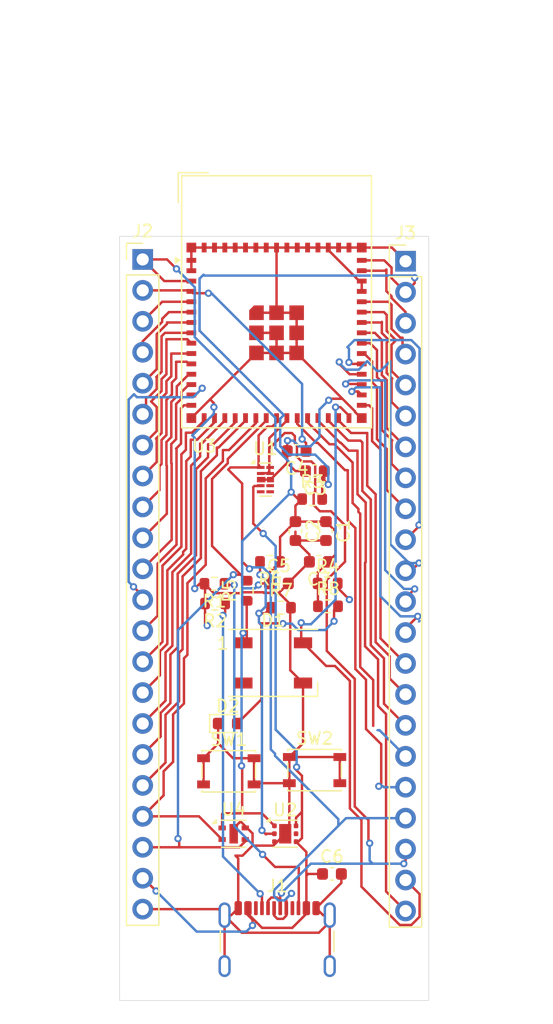
<source format=kicad_pcb>
(kicad_pcb (version 20240108) (generator "pcbnew") (generator_version "8.0")
  (layers (0 "F.Cu" signal) (31 "B.Cu" signal) (34 "B.Paste" user) (35 "F.Paste" user) (36 "B.SilkS" user "B.Silkscreen") (37 "F.SilkS" user "F.Silkscreen") (38 "B.Mask" user) (39 "F.Mask" user) (44 "Edge.Cuts" user))
  (net 0 "")
  (net 1 "/3V3")
  (net 2 "GND")
  (net 3 "/ESP32_EN")
  (net 4 "/GPIO0")
  (net 5 "/5VUSB")
  (net 6 "/GPIO48")
  (net 8 "Net-(D2-A)")
  (net 10 "/USB_N")
  (net 12 "/USB_P")
  (net 13 "Net-(J1-CC2)")
  (net 14 "Net-(J1-CC1)")
  (net 15 "/I2C_SDA")
  (net 16 "/GPIO16")
  (net 17 "/GPIO12")
  (net 18 "/GPIO6")
  (net 19 "/GPIO9")
  (net 20 "/GPIO11")
  (net 21 "/GPIO1")
  (net 22 "/GPIO4")
  (net 23 "/GPIO15")
  (net 24 "/GPIO2")
  (net 25 "/GPIO8")
  (net 26 "/GPIO13")
  (net 27 "/GPIO7")
  (net 28 "/GPIO14")
  (net 29 "/GPIO10")
  (net 30 "/I2C_SCL")
  (net 31 "/GPIO3")
  (net 32 "/GPIO5")
  (net 33 "/GPIO34")
  (net 34 "/GPIO47")
  (net 35 "/GPIO41")
  (net 36 "/GPIO21")
  (net 37 "/GPIO45")
  (net 38 "/GPIO37")
  (net 39 "/GPIO39")
  (net 40 "/GPIO35")
  (net 41 "/RXD")
  (net 42 "/TXD")
  (net 43 "/GPIO46")
  (net 44 "/GPIO40")
  (net 45 "/GPIO36")
  (net 46 "/GPIO42")
  (net 47 "/GPIO38")
  (net 48 "/GPIO26")
  (net 49 "/GPIO33")
  (net 50 "Net-(U2-FB)")
  (footprint "Capacitor_SMD:C_0603_1608Metric" (layer "F.Cu") (at 78.835 86.975 -90)
    (property "Reference" "C1")
    (property "Value" "0.1uF")
  )
  (footprint "Resistor_SMD:R_0603_1608Metric" (layer "F.Cu") (at 77.7 84.35)
    (property "Reference" "R3")
    (property "Value" "10k")
  )
  (footprint "Resistor_SMD:R_0603_1608Metric" (layer "F.Cu") (at 72.325 91.875 90)
    (property "Reference" "R5")
    (property "Value" "10k")
  )
  (footprint "Package_DFN_QFN:AMS_QFN-4-1EP_2x2mm_P0.95mm_EP0.7x1.6mm" (layer "F.Cu") (at 71.2525 111.825)
    (property "Reference" "U4")
    (property "Value" "ENS210")
  )
  (footprint "Resistor_SMD:R_0603_1608Metric" (layer "F.Cu") (at 78.975 91.275)
    (property "Reference" "R4")
    (property "Value" "10k")
  )
  (footprint "Resistor_SMD:R_0603_1608Metric" (layer "F.Cu") (at 69.725 92.925 180)
    (property "Reference" "R2")
    (property "Value" "5.1k")
  )
  (footprint "Button_Switch_SMD:SW_SPST_PTS810" (layer "F.Cu") (at 70.85 106.7)
    (property "Reference" "SW1")
    (property "Value" "SW_MEC_5E")
  )
  (footprint "LED_SMD:LED_WS2812B_PLCC4_5.0x5.0mm_P3.2mm" (layer "F.Cu") (at 74.5 97.8)
    (property "Reference" "D1")
    (property "Value" "WS2812B")
  )
  (footprint "Resistor_SMD:R_0603_1608Metric" (layer "F.Cu") (at 75.135 93.265)
    (property "Reference" "R7")
    (property "Value" "200k")
  )
  (footprint "LED_SMD:LED_0603_1608Metric" (layer "F.Cu") (at 70.7625 102.775)
    (property "Reference" "D2")
    (property "Value" "LED")
  )
  (footprint "Capacitor_SMD:C_0603_1608Metric" (layer "F.Cu") (at 74.965 91.275)
    (property "Reference" "C5")
    (property "Value" "0.1uF")
  )
  (footprint "Resistor_SMD:R_0603_1608Metric" (layer "F.Cu") (at 69.675 91.3 180)
    (property "Reference" "R1")
    (property "Value" "5.1k")
  )
  (footprint "Connector_PinHeader_2.54mm:PinHeader_1x22_P2.54mm_Vertical" (layer "F.Cu") (at 85.375 64.825)
    (property "Reference" "J3")
    (property "Value" "Conn_01x22_Pin")
  )
  (footprint "Capacitor_SMD:C_0603_1608Metric" (layer "F.Cu") (at 77.925 82.05 180)
    (property "Reference" "C3")
    (property "Value" "0.1uF")
  )
  (footprint "Capacitor_SMD:C_0603_1608Metric" (layer "F.Cu") (at 79.325 115.125)
    (property "Reference" "C6")
    (property "Value" "10uF")
  )
  (footprint "RF_Module:ESP32-S2-MINI-1" (layer "F.Cu") (at 74.775 68.15)
    (property "Reference" "U3")
    (property "Value" "ESP32-S3-MINI-1")
  )
  (footprint "Resistor_SMD:R_0603_1608Metric" (layer "F.Cu") (at 74.24 89.5 180)
    (property "Reference" "R6")
    (property "Value" "1M")
  )
  (footprint "Connector_USB:USB_C_Receptacle_GCT_USB4105-xx-A_16P_TopMnt_Horizontal" (layer "F.Cu") (at 74.825 121.615)
    (property "Reference" "J1")
    (property "Value" "USB_C_Receptacle_USB2.0_16P")
  )
  (footprint "Package_SON:WSON-6-1EP_2x2mm_P0.65mm_EP1x1.6mm" (layer "F.Cu") (at 75.4875 111.825)
    (property "Reference" "U2")
    (property "Value" "TLV75801PDRV")
  )
  (footprint "Connector_PinHeader_2.54mm:PinHeader_1x22_P2.54mm_Vertical" (layer "F.Cu") (at 63.775 64.675)
    (property "Reference" "J2")
    (property "Value" "Conn_01x22_Pin")
  )
  (footprint "Capacitor_SMD:C_0603_1608Metric" (layer "F.Cu") (at 78.25 89.5 180)
    (property "Reference" "C7")
    (property "Value" "10uF")
  )
  (footprint "Resistor_SMD:R_0603_1608Metric" (layer "F.Cu") (at 79 93.15)
    (property "Reference" "R8")
    (property "Value" "5.1k")
  )
  (footprint "Button_Switch_SMD:SW_SPST_PTS810" (layer "F.Cu") (at 77.9 106.6)
    (property "Reference" "SW2")
    (property "Value" "SW_MEC_5E")
  )
  (footprint "Capacitor_SMD:C_0603_1608Metric" (layer "F.Cu") (at 76.325 86.975 -90)
    (property "Reference" "C2")
    (property "Value" "10uF")
  )
  (footprint "Capacitor_SMD:C_0603_1608Metric" (layer "F.Cu") (at 76.425 80.4 180)
    (property "Reference" "C4")
    (property "Value" "0.1uF")
  )
  (footprint "Package_DFN_QFN:Diodes_UDFN-10_1.0x2.5mm_P0.5mm" (layer "F.Cu") (at 73.8625 82.75)
    (property "Reference" "U1")
    (property "Value" "D3V3XA4B10LP")
  )
  (gr_rect (start 61.875 62.775) (end 87.275 125.515) (stroke (width 0.05)) (fill none) (layer "Edge.Cuts"))
  (segment (start 76.325 84.9) (end 76.875 84.35) (width 0.2) (layer "F.Cu") (net 1))
  (segment (start 73.575 110.15) (end 74.6 111.175) (width 0.2) (layer "F.Cu") (net 1))
  (segment (start 79.61 86.975) (end 78.835 86.2) (width 0.2) (layer "F.Cu") (net 1))
  (segment (start 76.55 84.35) (end 75.975 83.775) (width 0.2) (layer "F.Cu") (net 1))
  (segment (start 70.35 110.15) (end 71.95 110.15) (width 0.2) (layer "F.Cu") (net 1))
  (segment (start 79.025 89.5) (end 79.61 88.915) (width 0.2) (layer "F.Cu") (net 1))
  (segment (start 78.175 93.15) (end 78.175 91.3) (width 0.2) (layer "F.Cu") (net 1))
  (segment (start 76.325 86.2) (end 78.835 86.2) (width 0.2) (layer "F.Cu") (net 1))
  (segment (start 74.19 90.375) (end 75.065 89.5) (width 0.2) (layer "F.Cu") (net 1))
  (segment (start 73.408878 91.275) (end 73.283877 91.400001) (width 0.2) (layer "F.Cu") (net 1))
  (segment (start 78.175 91.3) (end 78.15 91.275) (width 0.2) (layer "F.Cu") (net 1))
  (segment (start 71.95 106.3) (end 71.9 106.25) (width 0.2) (layer "F.Cu") (net 1))
  (segment (start 66.55 65.45) (end 65.775 64.675) (width 0.2) (layer "F.Cu") (net 1))
  (segment (start 72.325 95.875) (end 72.05 96.15) (width 0.2) (layer "F.Cu") (net 1))
  (segment (start 72.325 92.7) (end 72.325 95.875) (width 0.2) (layer "F.Cu") (net 1))
  (segment (start 75.065 89.5) (end 75.065 87.46) (width 0.2) (layer "F.Cu") (net 1))
  (segment (start 79.61 88.915) (end 79.61 86.975) (width 0.2) (layer "F.Cu") (net 1))
  (segment (start 74.19 91.275) (end 73.408878 91.275) (width 0.2) (layer "F.Cu") (net 1))
  (segment (start 78.15 91.275) (end 78.15 90.375) (width 0.2) (layer "F.Cu") (net 1))
  (segment (start 74.19 91.275) (end 74.19 90.375) (width 0.2) (layer "F.Cu") (net 1))
  (segment (start 78.15 93.125) (end 78.175 93.15) (width 0.2) (layer "F.Cu") (net 1))
  (segment (start 76.875 84.35) (end 76.55 84.35) (width 0.2) (layer "F.Cu") (net 1))
  (segment (start 72.025 96.125) (end 72.05 96.15) (width 0.2) (layer "F.Cu") (net 1))
  (segment (start 71.95 110.15) (end 73.575 110.15) (width 0.2) (layer "F.Cu") (net 1))
  (segment (start 76.325 86.2) (end 76.325 84.9) (width 0.2) (layer "F.Cu") (net 1))
  (segment (start 72.025 95.35) (end 72.025 96.125) (width 0.2) (layer "F.Cu") (net 1))
  (segment (start 63.775 64.675) (end 65.55 66.45) (width 0.2) (layer "F.Cu") (net 1))
  (segment (start 70.3025 111.35) (end 70.3025 110.1975) (width 0.2) (layer "F.Cu") (net 1))
  (segment (start 70.3025 110.1975) (end 70.35 110.15) (width 0.2) (layer "F.Cu") (net 1))
  (segment (start 71.95 110.15) (end 71.95 106.3) (width 0.2) (layer "F.Cu") (net 1))
  (segment (start 65.775 64.675) (end 63.775 64.675) (width 0.2) (layer "F.Cu") (net 1))
  (segment (start 65.55 66.45) (end 67.775 66.45) (width 0.2) (layer "F.Cu") (net 1))
  (segment (start 75.065 87.46) (end 76.325 86.2) (width 0.2) (layer "F.Cu") (net 1))
  (segment (start 78.15 90.375) (end 79.025 89.5) (width 0.2) (layer "F.Cu") (net 1))
  (via (at 66.55 65.45) (size 0.6) (drill 0.3) (layers "F.Cu" "B.Cu") (net 1))
  (via (at 75.975 83.775) (size 0.6) (drill 0.3) (layers "F.Cu" "B.Cu") (net 1))
  (via (at 72.025 95.35) (size 0.6) (drill 0.3) (layers "F.Cu" "B.Cu") (net 1))
  (via (at 73.283877 91.400001) (size 0.6) (drill 0.3) (layers "F.Cu" "B.Cu") (net 1))
  (via (at 71.9 106.25) (size 0.6) (drill 0.3) (layers "F.Cu" "B.Cu") (net 1))
  (segment (start 68.05 71.05) (end 68.05 70.45) (width 0.2) (layer "B.Cu") (net 1))
  (segment (start 71.95 95.15) (end 71.95 91.675) (width 0.2) (layer "B.Cu") (net 1))
  (segment (start 74.675 77.675) (end 71.675 74.675) (width 0.2) (layer "B.Cu") (net 1))
  (segment (start 75.609314 81.1) (end 74.675 80.165686) (width 0.2) (layer "B.Cu") (net 1))
  (segment (start 73.008878 91.675) (end 71.95 91.675) (width 0.2) (layer "B.Cu") (net 1))
  (segment (start 71.95 87.8) (end 75.975 83.775) (width 0.2) (layer "B.Cu") (net 1))
  (segment (start 74.675 80.165686) (end 74.675 79.834314) (width 0.2) (layer "B.Cu") (net 1))
  (segment (start 68.05 70.45) (end 68.05 66.95) (width 0.2) (layer "B.Cu") (net 1))
  (segment (start 72.025 95.225) (end 72.025 95.35) (width 0.2) (layer "B.Cu") (net 1))
  (segment (start 71.95 91.675) (end 71.95 87.8) (width 0.2) (layer "B.Cu") (net 1))
  (segment (start 71.675 74.675) (end 68.05 71.05) (width 0.2) (layer "B.Cu") (net 1))
  (segment (start 71.9 95.475) (end 72.025 95.35) (width 0.2) (layer "B.Cu") (net 1))
  (segment (start 75.975 83.775) (end 75.975 81.465685) (width 0.2) (layer "B.Cu") (net 1))
  (segment (start 71.9 106.25) (end 71.9 95.475) (width 0.2) (layer "B.Cu") (net 1))
  (segment (start 71.95 95.15) (end 72.025 95.225) (width 0.2) (layer "B.Cu") (net 1))
  (segment (start 73.283877 91.400001) (end 73.008878 91.675) (width 0.2) (layer "B.Cu") (net 1))
  (segment (start 68.05 66.95) (end 66.55 65.45) (width 0.2) (layer "B.Cu") (net 1))
  (segment (start 75.975 81.465685) (end 75.609314 81.1) (width 0.2) (layer "B.Cu") (net 1))
  (segment (start 74.675 79.834314) (end 74.675 77.675) (width 0.2) (layer "B.Cu") (net 1))
  (segment (start 67.775 65.6) (end 67.775 63.7) (width 0.2) (layer "F.Cu") (net 2))
  (segment (start 74.775 70.7) (end 73.125 70.7) (width 0.2) (layer "F.Cu") (net 2))
  (segment (start 75.65 79.575) (end 75.675 79.55) (width 0.2) (layer "F.Cu") (net 2))
  (segment (start 79.025 63.9) (end 79.025 63.7) (width 0.2) (layer "F.Cu") (net 2))
  (segment (start 68.9 92.925) (end 68.9 94.56) (width 0.2) (layer "F.Cu") (net 2))
  (segment (start 69.975 104.4) (end 69.975 104.425) (width 0.2) (layer "F.Cu") (net 2))
  (segment (start 81.775 77.7) (end 81.725 77.7) (width 0.2) (layer "F.Cu") (net 2))
  (segment (start 81.575 66.45) (end 79.025 63.9) (width 0.2) (layer "F.Cu") (net 2))
  (segment (start 69.625 76.799998) (end 69.625 76.475) (width 0.2) (layer "F.Cu") (net 2))
  (segment (start 72.925 105.625) (end 71.2 105.625) (width 0.2) (layer "F.Cu") (net 2))
  (segment (start 75.4875 111.825) (end 74.5125 112.8) (width 0.2) (layer "F.Cu") (net 2))
  (segment (start 76.425 69.05) (end 76.425 72.35) (width 0.2) (layer "F.Cu") (net 2))
  (segment (start 75.9 98.4) (end 75.9 93.585) (width 0.2) (layer "F.Cu") (net 2))
  (segment (start 68.9 92.925) (end 68.9 91.35) (width 0.2) (layer "F.Cu") (net 2))
  (segment (start 75.96 93.045) (end 74.965 92.05) (width 0.2) (layer "F.Cu") (net 2))
  (segment (start 69.625 92.075) (end 71.762352 92.075) (width 0.2) (layer "F.Cu") (net 2))
  (segment (start 78.255 119.95) (end 71.920406 119.95) (width 0.2) (layer "F.Cu") (net 2))
  (segment (start 78.6 118.51) (end 78.025 117.935) (width 0.2) (layer "F.Cu") (net 2))
  (segment (start 79.181126 76.1125) (end 80.1875 76.1125) (width 0.2) (layer "F.Cu") (net 2))
  (segment (start 68.9 91.35) (end 68.85 91.3) (width 0.2) (layer "F.Cu") (net 2))
  (segment (start 71.4 113.625) (end 71.625 113.85) (width 0.2) (layer "F.Cu") (net 2))
  (segment (start 69.3125 76.1625) (end 67.775 77.7) (width 0.2) (layer "F.Cu") (net 2))
  (segment (start 70.505 118.534594) (end 70.505 118.51) (width 0.2) (layer "F.Cu") (net 2))
  (segment (start 71.05 118.51) (end 71.625 117.935) (width 0.2) (layer "F.Cu") (net 2))
  (segment (start 74.775 69.05) (end 74.775 63.7) (width 0.2) (layer "F.Cu") (net 2))
  (segment (start 75.65 81.375) (end 74.275 82.75) (width 0.2) (layer "F.Cu") (net 2))
  (segment (start 71.625 113.85) (end 71.625 117.935) (width 0.2) (layer "F.Cu") (net 2))
  (segment (start 79.059313 76.234313) (end 79.181126 76.1125) (width 0.2) (layer "F.Cu") (net 2))
  (segment (start 75.65 80.4) (end 75.65 79.575) (width 0.2) (layer "F.Cu") (net 2))
  (segment (start 75.96 93.265) (end 75.96 93.045) (width 0.2) (layer "F.Cu") (net 2))
  (segment (start 79.145 118.51) (end 78.6 118.51) (width 0.2) (layer "F.Cu") (net 2))
  (segment (start 73.125 69.05) (end 76.425 69.05) (width 0.2) (layer "F.Cu") (net 2))
  (segment (start 69.975 102.775) (end 69.975 104.4) (width 0.2) (layer "F.Cu") (net 2))
  (segment (start 84.25 63.7) (end 85.375 64.825) (width 0.2) (layer "F.Cu") (net 2))
  (segment (start 79.975 105.525) (end 79.975 107.675) (width 0.2) (layer "F.Cu") (net 2))
  (segment (start 74.965 92.05) (end 75.74 91.275) (width 0.2) (layer "F.Cu") (net 2))
  (segment (start 75.825 111.4875) (end 75.4875 111.825) (width 0.2) (layer "F.Cu") (net 2))
  (segment (start 68.45 91.3) (end 68.05 91.7) (width 0.2) (layer "F.Cu") (net 2))
  (segment (start 75.825 107.675) (end 73.025 107.675) (width 0.2) (layer "F.Cu") (net 2))
  (segment (start 76.325 87.75) (end 76.325 87.025) (width 0.2) (layer "F.Cu") (net 2))
  (segment (start 68.85 91.3) (end 69.625 92.075) (width 0.2) (layer "F.Cu") (net 2))
  (segment (start 70.505 122.69) (end 70.505 118.51) (width 0.2) (layer "F.Cu") (net 2))
  (segment (start 68.775 107.775) (end 68.775 105.625) (width 0.2) (layer "F.Cu") (net 2))
  (segment (start 79.145 122.69) (end 79.145 118.51) (width 0.2) (layer "F.Cu") (net 2))
  (segment (start 75.825 107.675) (end 75.825 111.4875) (width 0.2) (layer "F.Cu") (net 2))
  (segment (start 75.65 80.4) (end 75.65 81.375) (width 0.2) (layer "F.Cu") (net 2))
  (segment (start 71.2 105.625) (end 69.975 104.4) (width 0.2) (layer "F.Cu") (net 2))
  (segment (start 81.775 66.45) (end 81.575 66.45) (width 0.2) (layer "F.Cu") (net 2))
  (segment (start 80.1875 76.1125) (end 76.425 72.35) (width 0.2) (layer "F.Cu") (net 2))
  (segment (start 71.8275 110.825) (end 72.8025 111.8) (width 0.2) (layer "F.Cu") (net 2))
  (segment (start 68.9 94.56) (end 69.075 94.735) (width 0.2) (layer "F.Cu") (net 2))
  (segment (start 74.5125 112.8) (end 72.8025 112.8) (width 0.2) (layer "F.Cu") (net 2))
  (segment (start 73.741304 92.05) (end 74.965 92.05) (width 0.2) (layer "F.Cu") (net 2))
  (segment (start 77.475 88.9) (end 76.325 87.75) (width 0.2) (layer "F.Cu") (net 2))
  (segment (start 75.74 91.235) (end 77.475 89.5) (width 0.2) (layer "F.Cu") (net 2))
  (segment (start 69.975 104.425) (end 68.775 105.625) (width 0.2) (layer "F.Cu") (net 2))
  (segment (start 72.925 105.625) (end 72.925 107.775) (width 0.2) (layer "F.Cu") (net 2))
  (segment (start 80.1 115.86) (end 78.025 117.935) (width 0.2) (layer "F.Cu") (net 2))
  (segment (start 81.225 77.15) (end 80.1875 76.1125) (width 0.2) (layer "F.Cu") (net 2))
  (segment (start 75.825 105.525) (end 75.825 107.675) (width 0.2) (layer "F.Cu") (net 2))
  (segment (start 71.837352 92) (end 73.691304 92) (width 0.2) (layer "F.Cu") (net 2))
  (segment (start 71.2525 111.825) (end 71.2525 111.375) (width 0.2) (layer "F.Cu") (net 2))
  (segment (start 76.325 82.05) (end 75.65 81.375) (width 0.2) (layer "F.Cu") (net 2))
  (segment (start 76.325 87.75) (end 78.835 87.75) (width 0.2) (layer "F.Cu") (net 2))
  (segment (start 68.85 91.3) (end 68.45 91.3) (width 0.2) (layer "F.Cu") (net 2))
  (segment (start 80.1 115.125) (end 80.1 115.86) (width 0.2) (layer "F.Cu") (net 2))
  (segment (start 75.825 105.525) (end 79.975 105.525) (width 0.2) (layer "F.Cu") (net 2))
  (segment (start 71.2525 111.375) (end 71.8025 110.825) (width 0.2) (layer "F.Cu") (net 2))
  (segment (start 77.15 82.05) (end 76.325 82.05) (width 0.2) (layer "F.Cu") (net 2))
  (segment (start 71.920406 119.95) (end 70.505 118.534594) (width 0.2) (layer "F.Cu") (net 2))
  (segment (start 71.8025 110.825) (end 71.8275 110.825) (width 0.2) (layer "F.Cu") (net 2))
  (segment (start 81.225 77.2) (end 81.225 77.15) (width 0.2) (layer "F.Cu") (net 2))
  (segment (start 73.025 107.675) (end 72.925 107.775) (width 0.2) (layer "F.Cu") (net 2))
  (segment (start 72.8025 111.8) (end 72.8025 112.8) (width 0.2) (layer "F.Cu") (net 2))
  (segment (start 76.425 72.35) (end 73.125 72.35) (width 0.2) (layer "F.Cu") (net 2))
  (segment (start 71.762352 92.075) (end 71.837352 92) (width 0.2) (layer "F.Cu") (net 2))
  (segment (start 81.775 67.3) (end 81.775 66.45) (width 0.2) (layer "F.Cu") (net 2))
  (segment (start 70.505 118.51) (end 71.05 118.51) (width 0.2) (layer "F.Cu") (net 2))
  (segment (start 73.125 72.35) (end 69.3125 76.1625) (width 0.2) (layer "F.Cu") (net 2))
  (segment (start 81.725 77.7) (end 81.225 77.2) (width 0.2) (layer "F.Cu") (net 2))
  (segment (start 76.95 99.45) (end 76.95 104.4) (width 0.2) (layer "F.Cu") (net 2))
  (segment (start 67.775 63.7) (end 81.775 63.7) (width 0.2) (layer "F.Cu") (net 2))
  (segment (start 79.145 118.51) (end 79.145 119.06) (width 0.2) (layer "F.Cu") (net 2))
  (segment (start 70.01 118.015) (end 70.505 118.51) (width 0.2) (layer "F.Cu") (net 2))
  (segment (start 76.95 104.4) (end 75.825 105.525) (width 0.2) (layer "F.Cu") (net 2))
  (segment (start 74.775 72.35) (end 74.775 70.7) (width 0.2) (layer "F.Cu") (net 2))
  (segment (start 77.475 89.5) (end 77.475 88.9) (width 0.2) (layer "F.Cu") (net 2))
  (segment (start 73.691304 92) (end 73.741304 92.05) (width 0.2) (layer "F.Cu") (net 2))
  (segment (start 81.775 63.7) (end 84.25 63.7) (width 0.2) (layer "F.Cu") (net 2))
  (segment (start 79.145 119.06) (end 78.255 119.95) (width 0.2) (layer "F.Cu") (net 2))
  (segment (start 76.95 99.45) (end 75.9 98.4) (width 0.2) (layer "F.Cu") (net 2))
  (segment (start 75.9 93.585) (end 75.96 93.525) (width 0.2) (layer "F.Cu") (net 2))
  (segment (start 75.74 91.275) (end 75.74 91.235) (width 0.2) (layer "F.Cu") (net 2))
  (segment (start 69.625 76.475) (end 69.3125 76.1625) (width 0.2) (layer "F.Cu") (net 2))
  (segment (start 71.9775 113.625) (end 71.4 113.625) (width 0.2) (layer "F.Cu") (net 2))
  (segment (start 72.8025 112.8) (end 71.9775 113.625) (width 0.2) (layer "F.Cu") (net 2))
  (segment (start 69.175 94.835) (end 69.075 94.735) (width 0.2) (layer "F.Cu") (net 2))
  (segment (start 63.775 118.015) (end 70.01 118.015) (width 0.2) (layer "F.Cu") (net 2))
  (segment (start 73.5125 82.75) (end 74.275 82.75) (width 0.2) (layer "F.Cu") (net 2))
  (via (at 75.675 79.55) (size 0.6) (drill 0.3) (layers "F.Cu" "B.Cu") (net 2))
  (via (at 69.075 94.735) (size 0.6) (drill 0.3) (layers "F.Cu" "B.Cu") (net 2))
  (via (at 69.625 76.799998) (size 0.6) (drill 0.3) (layers "F.Cu" "B.Cu") (net 2))
  (via (at 68.05 91.7) (size 0.6) (drill 0.3) (layers "F.Cu" "B.Cu") (net 2))
  (via (at 79.059313 76.234313) (size 0.6) (drill 0.3) (layers "F.Cu" "B.Cu") (net 2))
  (segment (start 67.85 79.125) (end 69.625 77.35) (width 0.2) (layer "B.Cu") (net 2))
  (segment (start 77.550735 80.024265) (end 78.3 79.275) (width 0.2) (layer "B.Cu") (net 2))
  (segment (start 68.05 79.325) (end 67.85 79.125) (width 0.2) (layer "B.Cu") (net 2))
  (segment (start 69.625 77.35) (end 69.625 76.799998) (width 0.2) (layer "B.Cu") (net 2))
  (segment (start 75.675 79.55) (end 76.152941 79.55) (width 0.2) (layer "B.Cu") (net 2))
  (segment (start 78.3 79.275) (end 78.3 76.993626) (width 0.2) (layer "B.Cu") (net 2))
  (segment (start 78.3 76.993626) (end 79.059313 76.234313) (width 0.2) (layer "B.Cu") (net 2))
  (segment (start 76.152941 79.55) (end 76.627206 80.024265) (width 0.2) (layer "B.Cu") (net 2))
  (segment (start 68.05 91.7) (end 68.05 79.325) (width 0.2) (layer "B.Cu") (net 2))
  (segment (start 76.627206 80.024265) (end 77.550735 80.024265) (width 0.2) (layer "B.Cu") (net 2))
  (segment (start 84.225 65.35) (end 84.225 66.215) (width 0.2) (layer "F.Cu") (net 3))
  (segment (start 81.775 64.75) (end 83.625 64.75) (width 0.2) (layer "F.Cu") (net 3))
  (segment (start 86.125 66.615) (end 85.375 67.365) (width 0.2) (layer "F.Cu") (net 3))
  (segment (start 83.625 64.75) (end 84.225 65.35) (width 0.2) (layer "F.Cu") (net 3))
  (segment (start 78.7 82.05) (end 78.7 82.825) (width 0.2) (layer "F.Cu") (net 3))
  (segment (start 78.525 82.225) (end 78.7 82.05) (width 0.2) (layer "F.Cu") (net 3))
  (segment (start 84.225 66.215) (end 85.375 67.365) (width 0.2) (layer "F.Cu") (net 3))
  (segment (start 78.7 82.825) (end 79.025 83.15) (width 0.2) (layer "F.Cu") (net 3))
  (segment (start 78.525 84.35) (end 78.525 82.225) (width 0.2) (layer "F.Cu") (net 3))
  (segment (start 86.125 66.175002) (end 86.125 66.615) (width 0.2) (layer "F.Cu") (net 3))
  (via (at 79.025 83.15) (size 0.6) (drill 0.3) (layers "F.Cu" "B.Cu") (net 3))
  (via (at 86.125 66.175002) (size 0.6) (drill 0.3) (layers "F.Cu" "B.Cu") (net 3))
  (segment (start 75.075 80) (end 75.075 77.75) (width 0.2) (layer "B.Cu") (net 3))
  (segment (start 79.025 83.15) (end 79.025 81.775) (width 0.2) (layer "B.Cu") (net 3))
  (segment (start 75.775 80.7) (end 75.075 80) (width 0.2) (layer "B.Cu") (net 3))
  (segment (start 68.85 66) (end 86.125 66) (width 0.2) (layer "B.Cu") (net 3))
  (segment (start 75.075 77.75) (end 75.375 77.45) (width 0.2) (layer "B.Cu") (net 3))
  (segment (start 75.375 77.45) (end 68.45 70.525) (width 0.2) (layer "B.Cu") (net 3))
  (segment (start 77.95 80.7) (end 75.775 80.7) (width 0.2) (layer "B.Cu") (net 3))
  (segment (start 86.125 66) (end 86.125 66.175002) (width 0.2) (layer "B.Cu") (net 3))
  (segment (start 79.025 81.775) (end 77.95 80.7) (width 0.2) (layer "B.Cu") (net 3))
  (segment (start 68.45 66.25) (end 68.775 65.925) (width 0.2) (layer "B.Cu") (net 3))
  (segment (start 68.45 70.525) (end 68.45 66.25) (width 0.2) (layer "B.Cu") (net 3))
  (segment (start 68.775 65.925) (end 68.85 66) (width 0.2) (layer "B.Cu") (net 3))
  (segment (start 69.175 67.45) (end 67.925 67.45) (width 0.2) (layer "F.Cu") (net 4))
  (segment (start 77.2 80.4) (end 77.2 79.74853) (width 0.2) (layer "F.Cu") (net 4))
  (segment (start 67.925 67.45) (end 67.775 67.3) (width 0.2) (layer "F.Cu") (net 4))
  (segment (start 77.2 79.74853) (end 76.875735 79.424265) (width 0.2) (layer "F.Cu") (net 4))
  (segment (start 67.69 67.215) (end 67.775 67.3) (width 0.2) (layer "F.Cu") (net 4))
  (segment (start 63.775 67.215) (end 67.69 67.215) (width 0.2) (layer "F.Cu") (net 4))
  (via (at 69.175 67.45) (size 0.6) (drill 0.3) (layers "F.Cu" "B.Cu") (net 4))
  (via (at 76.875735 79.424265) (size 0.6) (drill 0.3) (layers "F.Cu" "B.Cu") (net 4))
  (segment (start 69.5 67.525) (end 69.425 67.45) (width 0.2) (layer "B.Cu") (net 4))
  (segment (start 76.875735 79.424265) (end 76.875735 74.900735) (width 0.2) (layer "B.Cu") (net 4))
  (segment (start 69.425 67.45) (end 69.175 67.45) (width 0.2) (layer "B.Cu") (net 4))
  (segment (start 76.875735 74.900735) (end 69.5 67.525) (width 0.2) (layer "B.Cu") (net 4))
  (segment (start 72.8625 86.3625) (end 72.8625 83.3625) (width 0.2) (layer "F.Cu") (net 5))
  (segment (start 72.8 118.884999) (end 72.425 118.509999) (width 0.2) (layer "F.Cu") (net 5))
  (segment (start 76.425 106.525) (end 76.425 106.350002) (width 0.2) (layer "F.Cu") (net 5))
  (segment (start 72.425 117.935) (end 72.425 118.39241) (width 0.2) (layer "F.Cu") (net 5))
  (segment (start 78.55 115.125) (end 77.375 115.125) (width 0.2) (layer "F.Cu") (net 5))
  (segment (start 77.225 115.275) (end 77.225 117.935) (width 0.2) (layer "F.Cu") (net 5))
  (segment (start 72.8625 83.3625) (end 72.95 83.275) (width 0.2) (layer "F.Cu") (net 5))
  (segment (start 72.425 118.509999) (end 72.425 117.935) (width 0.2) (layer "F.Cu") (net 5))
  (segment (start 72.95 83.275) (end 73.5 83.275) (width 0.2) (layer "F.Cu") (net 5))
  (segment (start 72.8 119.35) (end 72.8 118.884999) (width 0.2) (layer "F.Cu") (net 5))
  (segment (start 77.375 115.125) (end 77.225 115.275) (width 0.2) (layer "F.Cu") (net 5))
  (segment (start 76.06741 119.55) (end 77.225 118.39241) (width 0.2) (layer "F.Cu") (net 5))
  (segment (start 76.375 112.475) (end 77.225 113.325) (width 0.2) (layer "F.Cu") (net 5))
  (segment (start 73.675 87.175) (end 72.8625 86.3625) (width 0.2) (layer "F.Cu") (net 5))
  (segment (start 76.375 112.475) (end 76.562499 112.475) (width 0.2) (layer "F.Cu") (net 5))
  (segment (start 77.225 113.325) (end 77.225 115.275) (width 0.2) (layer "F.Cu") (net 5))
  (segment (start 76.375 110.5125) (end 76.8625 110.025) (width 0.2) (layer "F.Cu") (net 5))
  (segment (start 77.225 118.39241) (end 77.225 117.935) (width 0.2) (layer "F.Cu") (net 5))
  (segment (start 76.375 106.575) (end 76.425 106.525) (width 0.2) (layer "F.Cu") (net 5))
  (segment (start 76.8625 110.025) (end 76.8625 107.0625) (width 0.2) (layer "F.Cu") (net 5))
  (segment (start 73.58259 119.55) (end 76.06741 119.55) (width 0.2) (layer "F.Cu") (net 5))
  (segment (start 76.375 111.175) (end 76.375 110.5125) (width 0.2) (layer "F.Cu") (net 5))
  (segment (start 76.8625 107.0625) (end 76.375 106.575) (width 0.2) (layer "F.Cu") (net 5))
  (segment (start 63.825 115.475) (end 64.875 116.525) (width 0.2) (layer "F.Cu") (net 5))
  (segment (start 76.8625 112.174999) (end 76.8625 110.025) (width 0.2) (layer "F.Cu") (net 5))
  (segment (start 76.562499 112.475) (end 76.8625 112.174999) (width 0.2) (layer "F.Cu") (net 5))
  (segment (start 63.775 115.475) (end 63.825 115.475) (width 0.2) (layer "F.Cu") (net 5))
  (segment (start 72.425 118.39241) (end 73.58259 119.55) (width 0.2) (layer "F.Cu") (net 5))
  (via (at 72.8 119.35) (size 0.6) (drill 0.3) (layers "F.Cu" "B.Cu") (net 5))
  (via (at 64.875 116.525) (size 0.6) (drill 0.3) (layers "F.Cu" "B.Cu") (net 5))
  (via (at 76.425 106.350002) (size 0.6) (drill 0.3) (layers "F.Cu" "B.Cu") (net 5))
  (via (at 73.675 87.175) (size 0.6) (drill 0.3) (layers "F.Cu" "B.Cu") (net 5))
  (segment (start 64.875 116.525) (end 68.21 119.86) (width 0.2) (layer "B.Cu") (net 5))
  (segment (start 76.425 106.350002) (end 76.425 105) (width 0.2) (layer "B.Cu") (net 5))
  (segment (start 72.29 119.86) (end 72.8 119.35) (width 0.2) (layer "B.Cu") (net 5))
  (segment (start 68.21 119.86) (end 72.29 119.86) (width 0.2) (layer "B.Cu") (net 5))
  (segment (start 74.7 88.2) (end 73.675 87.175) (width 0.2) (layer "B.Cu") (net 5))
  (segment (start 74.7 103.275) (end 74.7 88.2) (width 0.2) (layer "B.Cu") (net 5))
  (segment (start 76.425 105) (end 75.075 103.65) (width 0.2) (layer "B.Cu") (net 5))
  (segment (start 75.075 103.65) (end 74.7 103.275) (width 0.2) (layer "B.Cu") (net 5))
  (segment (start 85.851346 119.315) (end 86.525 118.641346) (width 0.2) (layer "F.Cu") (net 6))
  (segment (start 76.8 96) (end 76.95 96.15) (width 0.2) (layer "F.Cu") (net 6))
  (segment (start 76.95 96.15) (end 78.85 98.05) (width 0.2) (layer "F.Cu") (net 6))
  (segment (start 86.525 116.775) (end 85.375 115.625) (width 0.2) (layer "F.Cu") (net 6))
  (segment (start 81.75 116.166346) (end 84.898654 119.315) (width 0.2) (layer "F.Cu") (net 6))
  (segment (start 80.8 99.275) (end 80.8 109.75) (width 0.2) (layer "F.Cu") (net 6))
  (segment (start 79.575 98.05) (end 80.8 99.275) (width 0.2) (layer "F.Cu") (net 6))
  (segment (start 80.725 77.5) (end 80.025 76.8) (width 0.2) (layer "F.Cu") (net 6))
  (segment (start 80.8 109.75) (end 81.75 110.7) (width 0.2) (layer "F.Cu") (net 6))
  (segment (start 80.725 77.7) (end 80.725 77.5) (width 0.2) (layer "F.Cu") (net 6))
  (segment (start 78.85 98.05) (end 79.575 98.05) (width 0.2) (layer "F.Cu") (net 6))
  (segment (start 84.898654 119.315) (end 85.851346 119.315) (width 0.2) (layer "F.Cu") (net 6))
  (segment (start 80.025 76.8) (end 79.625 76.8) (width 0.2) (layer "F.Cu") (net 6))
  (segment (start 81.75 110.7) (end 81.75 116.166346) (width 0.2) (layer "F.Cu") (net 6))
  (segment (start 76.8 94.5) (end 76.8 96) (width 0.2) (layer "F.Cu") (net 6))
  (segment (start 86.525 118.641346) (end 86.525 116.775) (width 0.2) (layer "F.Cu") (net 6))
  (via (at 76.8 94.5) (size 0.6) (drill 0.3) (layers "F.Cu" "B.Cu") (net 6))
  (via (at 79.625 76.8) (size 0.6) (drill 0.3) (layers "F.Cu" "B.Cu") (net 6))
  (segment (start 79.625 76.8) (end 79.625 92.6) (width 0.2) (layer "B.Cu") (net 6))
  (segment (start 79.625 92.6) (end 77.6 94.625) (width 0.2) (layer "B.Cu") (net 6))
  (segment (start 77.6 94.625) (end 76.925 94.625) (width 0.2) (layer "B.Cu") (net 6))
  (segment (start 76.925 94.625) (end 76.8 94.5) (width 0.2) (layer "B.Cu") (net 6))
  (segment (start 73.525 94.7) (end 73.375 94.55) (width 0.2) (layer "F.Cu") (net 8))
  (segment (start 73.525 98.225) (end 73.525 94.7) (width 0.2) (layer "F.Cu") (net 8))
  (segment (start 73.525 100.8) (end 73.525 98.225) (width 0.2) (layer "F.Cu") (net 8))
  (segment (start 79.5 93.475) (end 79.825 93.15) (width 0.2) (layer "F.Cu") (net 8))
  (segment (start 73.375 94.55) (end 75.275 94.55) (width 0.2) (layer "F.Cu") (net 8))
  (segment (start 79.5 94.375) (end 79.5 93.475) (width 0.2) (layer "F.Cu") (net 8))
  (segment (start 71.55 102.775) (end 73.525 100.8) (width 0.2) (layer "F.Cu") (net 8))
  (segment (start 75.275 94.55) (end 75.3 94.575) (width 0.2) (layer "F.Cu") (net 8))
  (via (at 79.5 94.375) (size 0.6) (drill 0.3) (layers "F.Cu" "B.Cu") (net 8))
  (via (at 75.3 94.575) (size 0.6) (drill 0.3) (layers "F.Cu" "B.Cu") (net 8))
  (segment (start 76.026471 94.575) (end 76.551471 95.1) (width 0.2) (layer "B.Cu") (net 8))
  (segment (start 75.3 94.575) (end 76.026471 94.575) (width 0.2) (layer "B.Cu") (net 8))
  (segment (start 76.551471 95.1) (end 78.775 95.1) (width 0.2) (layer "B.Cu") (net 8))
  (segment (start 78.775 95.1) (end 79.5 94.375) (width 0.2) (layer "B.Cu") (net 8))
  (segment (start 75.315 118.81) (end 75.575 118.55) (width 0.2) (layer "F.Cu") (net 10))
  (segment (start 71.95 83.075) (end 71.95 89.6) (width 0.2) (layer "F.Cu") (net 10))
  (segment (start 70.987058 81.75) (end 70.806029 81.931029) (width 0.2) (layer "F.Cu") (net 10))
  (segment (start 75.575 118.55) (end 75.575 117.935) (width 0.2) (layer "F.Cu") (net 10))
  (segment (start 74.775 78.05) (end 74.425 78.4) (width 0.2) (layer "F.Cu") (net 10))
  (segment (start 72.075 89.6) (end 72.55 90.075) (width 0.2) (layer "F.Cu") (net 10))
  (segment (start 74.575 117.935) (end 74.575 118.54241) (width 0.2) (layer "F.Cu") (net 10))
  (segment (start 74.425 78.4) (end 74.025 78.4) (width 0.2) (layer "F.Cu") (net 10))
  (segment (start 74.84259 118.81) (end 75.315 118.81) (width 0.2) (layer "F.Cu") (net 10))
  (segment (start 74.775 77.7) (end 74.775 78.05) (width 0.2) (layer "F.Cu") (net 10))
  (segment (start 73.3 81.575) (end 73.475 81.75) (width 0.2) (layer "F.Cu") (net 10))
  (segment (start 73.3 79.125) (end 73.3 81.575) (width 0.2) (layer "F.Cu") (net 10))
  (segment (start 70.806029 81.931029) (end 71.95 83.075) (width 0.2) (layer "F.Cu") (net 10))
  (segment (start 74.575 118.54241) (end 74.84259 118.81) (width 0.2) (layer "F.Cu") (net 10))
  (segment (start 73.475 81.75) (end 70.987058 81.75) (width 0.2) (layer "F.Cu") (net 10))
  (segment (start 74.025 78.4) (end 73.3 79.125) (width 0.2) (layer "F.Cu") (net 10))
  (segment (start 71.95 89.6) (end 72.075 89.6) (width 0.2) (layer "F.Cu") (net 10))
  (segment (start 75.575 117.14853) (end 75.999265 116.724265) (width 0.2) (layer "F.Cu") (net 10))
  (segment (start 75.575 117.935) (end 75.575 117.14853) (width 0.2) (layer "F.Cu") (net 10))
  (via (at 72.55 90.075) (size 0.6) (drill 0.3) (layers "F.Cu" "B.Cu") (net 10))
  (via (at 75.999265 116.724265) (size 0.6) (drill 0.3) (layers "F.Cu" "B.Cu") (net 10))
  (segment (start 75.42353 117.3) (end 74.926471 117.3) (width 0.2) (layer "B.Cu") (net 10))
  (segment (start 79.850736 111.175736) (end 80.481471 110.545) (width 0.2) (layer "B.Cu") (net 10))
  (segment (start 72.670166 89.954834) (end 73.6574 89.954834) (width 0.2) (layer "B.Cu") (net 10))
  (segment (start 73.6574 89.954834) (end 74.3 90.597434) (width 0.2) (layer "B.Cu") (net 10))
  (segment (start 74.3 104.9) (end 74.65 105.25) (width 0.2) (layer "B.Cu") (net 10))
  (segment (start 74.65 105.423531) (end 79.850736 110.624267) (width 0.2) (layer "B.Cu") (net 10))
  (segment (start 74.3 90.597434) (end 74.3 104.9) (width 0.2) (layer "B.Cu") (net 10))
  (segment (start 72.55 90.075) (end 72.670166 89.954834) (width 0.2) (layer "B.Cu") (net 10))
  (segment (start 74.575 116.451471) (end 79.850736 111.175736) (width 0.2) (layer "B.Cu") (net 10))
  (segment (start 74.926471 117.3) (end 74.575 116.948529) (width 0.2) (layer "B.Cu") (net 10))
  (segment (start 74.65 105.25) (end 74.65 105.423531) (width 0.2) (layer "B.Cu") (net 10))
  (segment (start 80.481471 110.545) (end 85.375 110.545) (width 0.2) (layer "B.Cu") (net 10))
  (segment (start 75.999265 116.724265) (end 75.42353 117.3) (width 0.2) (layer "B.Cu") (net 10))
  (segment (start 79.850736 110.624267) (end 79.850736 111.175736) (width 0.2) (layer "B.Cu") (net 10))
  (segment (start 74.575 116.948529) (end 74.575 116.451471) (width 0.2) (layer "B.Cu") (net 10))
  (segment (start 85.375 113.085) (end 85.375 114.139762) (width 0.2) (layer "F.Cu") (net 12))
  (segment (start 80.4 89.487352) (end 78.9 90.987352) (width 0.2) (layer "F.Cu") (net 12))
  (segment (start 77.825 83.862352) (end 77.825 84.837648) (width 0.2) (layer "F.Cu") (net 12))
  (segment (start 78.337352 85.35) (end 79.25 85.35) (width 0.2) (layer "F.Cu") (net 12))
  (segment (start 75.625 77.9) (end 74.175 79.35) (width 0.2) (layer "F.Cu") (net 12))
  (segment (start 75.451471 78.925) (end 76.024999 78.925) (width 0.2) (layer "F.Cu") (net 12))
  (segment (start 82.325 112.075) (end 82.325 112.5) (width 0.2) (layer "F.Cu") (net 12))
  (segment (start 78.9 90.987352) (end 78.9 96.809314) (width 0.2) (layer "F.Cu") (net 12))
  (segment (start 74.175 79.35) (end 74.175 80.9) (width 0.2) (layer "F.Cu") (net 12))
  (segment (start 74.0375 82.225) (end 73.475 82.225) (width 0.2) (layer "F.Cu") (net 12))
  (segment (start 74.34259 117.06) (end 74.075 117.32759) (width 0.2) (layer "F.Cu") (net 12))
  (segment (start 74.175 80.9) (end 74.175 82.0875) (width 0.2) (layer "F.Cu") (net 12))
  (segment (start 76.275735 79.175736) (end 76.275735 79.752039) (width 0.2) (layer "F.Cu") (net 12))
  (segment (start 76.45 79.926304) (end 76.45 80.873696) (width 0.2) (layer "F.Cu") (net 12))
  (segment (start 77.825 84.837648) (end 78.337352 85.35) (width 0.2) (layer "F.Cu") (net 12))
  (segment (start 74.80741 117.06) (end 74.34259 117.06) (width 0.2) (layer "F.Cu") (net 12))
  (segment (start 80.4 86.5) (end 80.4 86.675) (width 0.2) (layer "F.Cu") (net 12))
  (segment (start 75.075 116.8) (end 75.075 117.935) (width 0.2) (layer "F.Cu") (net 12))
  (segment (start 76.024999 78.925) (end 76.275735 79.175736) (width 0.2) (layer "F.Cu") (net 12))
  (segment (start 81.2 99.109314) (end 81.2 109.584314) (width 0.2) (layer "F.Cu") (net 12))
  (segment (start 75.175 116.7) (end 75.075 116.8) (width 0.2) (layer "F.Cu") (net 12))
  (segment (start 77.95 83.737352) (end 77.825 83.862352) (width 0.2) (layer "F.Cu") (net 12))
  (segment (start 78.9 96.809314) (end 81.2 99.109314) (width 0.2) (layer "F.Cu") (net 12))
  (segment (start 75.075 117.32759) (end 74.80741 117.06) (width 0.2) (layer "F.Cu") (net 12))
  (segment (start 77.631539 81.257843) (end 77.95 81.576304) (width 0.2) (layer "F.Cu") (net 12))
  (segment (start 82.325 110.709314) (end 82.325 112.075) (width 0.2) (layer "F.Cu") (net 12))
  (segment (start 75.075 117.935) (end 75.075 117.32759) (width 0.2) (layer "F.Cu") (net 12))
  (segment (start 81.2 109.584314) (end 82.325 110.709314) (width 0.2) (layer "F.Cu") (net 12))
  (segment (start 74.175 82.0875) (end 74.0375 82.225) (width 0.2) (layer "F.Cu") (net 12))
  (segment (start 75.625 77.7) (end 75.625 77.9) (width 0.2) (layer "F.Cu") (net 12))
  (segment (start 74.075 117.32759) (end 74.075 117.935) (width 0.2) (layer "F.Cu") (net 12))
  (segment (start 79.25 85.35) (end 80.4 86.5) (width 0.2) (layer "F.Cu") (net 12))
  (segment (start 77.95 81.576304) (end 77.95 83.737352) (width 0.2) (layer "F.Cu") (net 12))
  (segment (start 76.45 80.873696) (end 76.834147 81.257843) (width 0.2) (layer "F.Cu") (net 12))
  (segment (start 80.4 86.675) (end 80.4 89.487352) (width 0.2) (layer "F.Cu") (net 12))
  (segment (start 76.834147 81.257843) (end 77.631539 81.257843) (width 0.2) (layer "F.Cu") (net 12))
  (segment (start 82.325 112.5) (end 82.425 112.6) (width 0.2) (layer "F.Cu") (net 12))
  (segment (start 74.175 80.201471) (end 75.451471 78.925) (width 0.2) (layer "F.Cu") (net 12))
  (segment (start 74.175 80.9) (end 74.175 80.201471) (width 0.2) (layer "F.Cu") (net 12))
  (segment (start 76.275735 79.752039) (end 76.45 79.926304) (width 0.2) (layer "F.Cu") (net 12))
  (segment (start 85.375 114.139762) (end 85.232189 114.282573) (width 0.2) (layer "F.Cu") (net 12))
  (via (at 75.175 116.7) (size 0.6) (drill 0.3) (layers "F.Cu" "B.Cu") (net 12))
  (via (at 85.232189 114.282573) (size 0.6) (drill 0.3) (layers "F.Cu" "B.Cu") (net 12))
  (via (at 82.425 112.6) (size 0.6) (drill 0.3) (layers "F.Cu" "B.Cu") (net 12))
  (segment (start 82.425 112.6) (end 82.425 114.032573) (width 0.2) (layer "B.Cu") (net 12))
  (segment (start 77.592427 114.282573) (end 75.175 116.7) (width 0.2) (layer "B.Cu") (net 12))
  (segment (start 85.232189 114.282573) (end 82.675 114.282573) (width 0.2) (layer "B.Cu") (net 12))
  (segment (start 82.675 114.282573) (end 77.592427 114.282573) (width 0.2) (layer "B.Cu") (net 12))
  (segment (start 82.425 114.032573) (end 82.675 114.282573) (width 0.2) (layer "B.Cu") (net 12))
  (segment (start 70.5 91.325) (end 70.575 91.4) (width 0.2) (layer "F.Cu") (net 13))
  (segment (start 76.55 114.55) (end 74.65 114.55) (width 0.2) (layer "F.Cu") (net 13))
  (segment (start 76.575 117.935) (end 76.575 117.360001) (width 0.2) (layer "F.Cu") (net 13))
  (segment (start 70.6 91.4) (end 70.5 91.3) (width 0.2) (layer "F.Cu") (net 13))
  (segment (start 76.599265 117.335736) (end 76.599265 114.599265) (width 0.2) (layer "F.Cu") (net 13))
  (segment (start 71.3 91.4) (end 70.6 91.4) (width 0.2) (layer "F.Cu") (net 13))
  (segment (start 70.5 91.3) (end 70.5 91.325) (width 0.2) (layer "F.Cu") (net 13))
  (segment (start 76.575 117.360001) (end 76.599265 117.335736) (width 0.2) (layer "F.Cu") (net 13))
  (segment (start 74.65 114.55) (end 73.625 113.525) (width 0.2) (layer "F.Cu") (net 13))
  (segment (start 76.599265 114.599265) (end 76.55 114.55) (width 0.2) (layer "F.Cu") (net 13))
  (via (at 73.625 113.525) (size 0.6) (drill 0.3) (layers "F.Cu" "B.Cu") (net 13))
  (via (at 71.3 91.4) (size 0.6) (drill 0.3) (layers "F.Cu" "B.Cu") (net 13))
  (segment (start 73.625 113.525) (end 71.3 111.2) (width 0.2) (layer "B.Cu") (net 13))
  (segment (start 71.3 111.2) (end 71.3 91.4) (width 0.2) (layer "B.Cu") (net 13))
  (segment (start 73.425 116.75) (end 73.575 116.9) (width 0.2) (layer "F.Cu") (net 14))
  (segment (start 73.575 116.9) (end 73.575 117.935) (width 0.2) (layer "F.Cu") (net 14))
  (segment (start 70.55 93.725) (end 70.375 93.9) (width 0.2) (layer "F.Cu") (net 14))
  (segment (start 70.55 92.925) (end 70.55 93.725) (width 0.2) (layer "F.Cu") (net 14))
  (via (at 73.425 116.75) (size 0.6) (drill 0.3) (layers "F.Cu" "B.Cu") (net 14))
  (via (at 70.375 93.9) (size 0.6) (drill 0.3) (layers "F.Cu" "B.Cu") (net 14))
  (segment (start 70.375 93.9) (end 70.375 113.7) (width 0.2) (layer "B.Cu") (net 14))
  (segment (start 70.375 113.7) (end 73.425 116.75) (width 0.2) (layer "B.Cu") (net 14))
  (segment (start 71.225156 90.556976) (end 71.831976 90.556976) (width 0.2) (layer "F.Cu") (net 15))
  (segment (start 73.925 77.7) (end 73.925 77.9) (width 0.2) (layer "F.Cu") (net 15))
  (segment (start 69.475 82.696372) (end 69.475 88.2) (width 0.2) (layer "F.Cu") (net 15))
  (segment (start 71.7175 112.935) (end 72.2025 112.45) (width 0.2) (layer "F.Cu") (net 15))
  (segment (start 72.2025 112.45) (end 72.2025 112.3) (width 0.2) (layer "F.Cu") (net 15))
  (segment (start 70.765686 81.059314) (end 70.765686 81.405686) (width 0.2) (layer "F.Cu") (net 15))
  (segment (start 66.775 112.935) (end 66.775 112.325) (width 0.2) (layer "F.Cu") (net 15))
  (segment (start 63.775 112.935) (end 66.775 112.935) (width 0.2) (layer "F.Cu") (net 15))
  (segment (start 69.475 88.2) (end 72.325 91.05) (width 0.2) (layer "F.Cu") (net 15))
  (segment (start 66.775 112.935) (end 71.7175 112.935) (width 0.2) (layer "F.Cu") (net 15))
  (segment (start 73.925 77.9) (end 70.765686 81.059314) (width 0.2) (layer "F.Cu") (net 15))
  (segment (start 66.775 112.325) (end 66.675 112.225) (width 0.2) (layer "F.Cu") (net 15))
  (segment (start 70.765686 81.405686) (end 69.475 82.696372) (width 0.2) (layer "F.Cu") (net 15))
  (segment (start 71.831976 90.556976) (end 72.325 91.05) (width 0.2) (layer "F.Cu") (net 15))
  (via (at 71.225156 90.556976) (size 0.6) (drill 0.3) (layers "F.Cu" "B.Cu") (net 15))
  (via (at 66.675 112.225) (size 0.6) (drill 0.3) (layers "F.Cu" "B.Cu") (net 15))
  (segment (start 66.675 112.225) (end 66.675 95.107132) (width 0.2) (layer "B.Cu") (net 15))
  (segment (start 66.675 95.107132) (end 71.225156 90.556976) (width 0.2) (layer "B.Cu") (net 15))
  (segment (start 69.545343 81.076029) (end 68.696371 81.925) (width 0.2) (layer "F.Cu") (net 16))
  (segment (start 68.555686 89.194314) (end 67.05 90.7) (width 0.2) (layer "F.Cu") (net 16))
  (segment (start 72.225 77.7) (end 72.225 77.9) (width 0.2) (layer "F.Cu") (net 16))
  (segment (start 68.696371 81.925) (end 68.555686 82.065685) (width 0.2) (layer "F.Cu") (net 16))
  (segment (start 67.05 96.682743) (end 66.765684 96.967058) (width 0.2) (layer "F.Cu") (net 16))
  (segment (start 66.765684 96.967058) (end 66.765684 100.950001) (width 0.2) (layer "F.Cu") (net 16))
  (segment (start 70.004657 80.120343) (end 69.870343 80.120343) (width 0.2) (layer "F.Cu") (net 16))
  (segment (start 67.05 90.7) (end 67.05 96.682743) (width 0.2) (layer "F.Cu") (net 16))
  (segment (start 65.65 105.98) (end 63.775 107.855) (width 0.2) (layer "F.Cu") (net 16))
  (segment (start 69.870343 80.751028) (end 69.545343 81.076028) (width 0.2) (layer "F.Cu") (net 16))
  (segment (start 72.225 77.9) (end 70.004657 80.120343) (width 0.2) (layer "F.Cu") (net 16))
  (segment (start 69.545343 81.076028) (end 69.545343 81.076029) (width 0.2) (layer "F.Cu") (net 16))
  (segment (start 68.555686 82.065685) (end 68.555686 89.194314) (width 0.2) (layer "F.Cu") (net 16))
  (segment (start 69.870343 80.120343) (end 69.870343 80.751028) (width 0.2) (layer "F.Cu") (net 16))
  (segment (start 66.765684 100.950001) (end 65.65 102.065685) (width 0.2) (layer "F.Cu") (net 16))
  (segment (start 65.65 102.065685) (end 65.65 105.98) (width 0.2) (layer "F.Cu") (net 16))
  (segment (start 68.825 77.9) (end 67.825 78.9) (width 0.2) (layer "F.Cu") (net 17))
  (segment (start 66.955686 80.675) (end 66.955686 88.26) (width 0.2) (layer "F.Cu") (net 17))
  (segment (start 67.325 80.305686) (end 66.955686 80.675) (width 0.2) (layer "F.Cu") (net 17))
  (segment (start 68.825 77.7) (end 68.825 77.9) (width 0.2) (layer "F.Cu") (net 17))
  (segment (start 65.4 96.07) (end 63.775 97.695) (width 0.2) (layer "F.Cu") (net 17))
  (segment (start 65.4 89.815685) (end 65.4 96.07) (width 0.2) (layer "F.Cu") (net 17))
  (segment (start 66.955686 88.26) (end 66.721371 88.494314) (width 0.2) (layer "F.Cu") (net 17))
  (segment (start 67.325 78.9) (end 67.325 80.305686) (width 0.2) (layer "F.Cu") (net 17))
  (segment (start 66.721371 88.494314) (end 65.4 89.815685) (width 0.2) (layer "F.Cu") (net 17))
  (segment (start 67.825 78.9) (end 67.325 78.9) (width 0.2) (layer "F.Cu") (net 17))
  (segment (start 63.775 82.455) (end 64.925 81.305) (width 0.2) (layer "F.Cu") (net 18))
  (segment (start 64.871016 79.38467) (end 65.325 78.930686) (width 0.2) (layer "F.Cu") (net 18))
  (segment (start 64.925 79.438654) (end 64.871016 79.38467) (width 0.2) (layer "F.Cu") (net 18))
  (segment (start 66.125 72.4) (end 67.775 72.4) (width 0.2) (layer "F.Cu") (net 18))
  (segment (start 65.325 78.930686) (end 65.325 76.042718) (width 0.2) (layer "F.Cu") (net 18))
  (segment (start 65.725 75.642718) (end 65.725 74.665686) (width 0.2) (layer "F.Cu") (net 18))
  (segment (start 65.725 74.665686) (end 66.125 74.265686) (width 0.2) (layer "F.Cu") (net 18))
  (segment (start 66.125 74.265686) (end 66.125 72.4) (width 0.2) (layer "F.Cu") (net 18))
  (segment (start 65.325 76.042718) (end 65.725 75.642718) (width 0.2) (layer "F.Cu") (net 18))
  (segment (start 64.925 81.305) (end 64.925 79.438654) (width 0.2) (layer "F.Cu") (net 18))
  (segment (start 66.155686 87.694314) (end 63.775 90.075) (width 0.2) (layer "F.Cu") (net 19))
  (segment (start 67.575 74.95) (end 66.975 75.55) (width 0.2) (layer "F.Cu") (net 19))
  (segment (start 67.775 74.95) (end 67.575 74.95) (width 0.2) (layer "F.Cu") (net 19))
  (segment (start 66.125 81.409314) (end 66.155686 81.44) (width 0.2) (layer "F.Cu") (net 19))
  (segment (start 66.155686 81.44) (end 66.155686 87.694314) (width 0.2) (layer "F.Cu") (net 19))
  (segment (start 66.525 79.427743) (end 66.125 79.827743) (width 0.2) (layer "F.Cu") (net 19))
  (segment (start 66.125 79.827743) (end 66.125 81.409314) (width 0.2) (layer "F.Cu") (net 19))
  (segment (start 66.975 76.089776) (end 66.525 76.539776) (width 0.2) (layer "F.Cu") (net 19))
  (segment (start 66.975 75.55) (end 66.975 76.089776) (width 0.2) (layer "F.Cu") (net 19))
  (segment (start 66.525 76.539776) (end 66.525 79.427743) (width 0.2) (layer "F.Cu") (net 19))
  (segment (start 65 89.65) (end 65 93.93) (width 0.2) (layer "F.Cu") (net 20))
  (segment (start 66.555686 88.094314) (end 65 89.65) (width 0.2) (layer "F.Cu") (net 20))
  (segment (start 65 93.93) (end 63.775 95.155) (width 0.2) (layer "F.Cu") (net 20))
  (segment (start 66.555686 80.230686) (end 66.555686 88.094314) (width 0.2) (layer "F.Cu") (net 20))
  (segment (start 67.175 76.65) (end 66.925 76.9) (width 0.2) (layer "F.Cu") (net 20))
  (segment (start 66.925 76.9) (end 66.925 79.8) (width 0.2) (layer "F.Cu") (net 20))
  (segment (start 66.525 80.2) (end 66.555686 80.230686) (width 0.2) (layer "F.Cu") (net 20))
  (segment (start 67.775 76.65) (end 67.175 76.65) (width 0.2) (layer "F.Cu") (net 20))
  (segment (start 66.925 79.8) (end 66.525 80.2) (width 0.2) (layer "F.Cu") (net 20))
  (segment (start 63.775 69.755) (end 65.38 68.15) (width 0.2) (layer "F.Cu") (net 21))
  (segment (start 65.38 68.15) (end 67.775 68.15) (width 0.2) (layer "F.Cu") (net 21))
  (segment (start 64.05 77.1) (end 64.05 75.985) (width 0.2) (layer "F.Cu") (net 22))
  (segment (start 63.775 77.375) (end 64.05 77.1) (width 0.2) (layer "F.Cu") (net 22))
  (segment (start 64.925 75.311346) (end 64.925 74.358654) (width 0.2) (layer "F.Cu") (net 22))
  (segment (start 64.251346 75.985) (end 64.925 75.311346) (width 0.2) (layer "F.Cu") (net 22))
  (segment (start 64.925 74.358654) (end 64.895673 74.329327) (width 0.2) (layer "F.Cu") (net 22))
  (segment (start 65.325 70.981372) (end 65.606372 70.7) (width 0.2) (layer "F.Cu") (net 22))
  (segment (start 64.05 75.985) (end 64.251346 75.985) (width 0.2) (layer "F.Cu") (net 22))
  (segment (start 64.895673 74.329327) (end 65.325 73.9) (width 0.2) (layer "F.Cu") (net 22))
  (segment (start 65.325 73.9) (end 65.325 70.981372) (width 0.2) (layer "F.Cu") (net 22))
  (segment (start 65.606372 70.7) (end 67.775 70.7) (width 0.2) (layer "F.Cu") (net 22))
  (segment (start 63.775 105.315) (end 65.25 103.84) (width 0.2) (layer "F.Cu") (net 23))
  (segment (start 69.145343 79.845343) (end 69.579657 79.845343) (width 0.2) (layer "F.Cu") (net 23))
  (segment (start 65.25 101.9) (end 66.051371 101.098629) (width 0.2) (layer "F.Cu") (net 23))
  (segment (start 68.155686 81.9) (end 69.145343 80.910343) (width 0.2) (layer "F.Cu") (net 23))
  (segment (start 66.051371 97.115685) (end 66.599999 96.567058) (width 0.2) (layer "F.Cu") (net 23))
  (segment (start 66.051371 101.098629) (end 66.051371 97.115685) (width 0.2) (layer "F.Cu") (net 23))
  (segment (start 69.145343 80.910343) (end 69.145343 79.845343) (width 0.2) (layer "F.Cu") (net 23))
  (segment (start 71.375 78.05) (end 71.375 77.7) (width 0.2) (layer "F.Cu") (net 23))
  (segment (start 66.65 96.517057) (end 66.65 90.481371) (width 0.2) (layer "F.Cu") (net 23))
  (segment (start 65.25 103.84) (end 65.25 101.9) (width 0.2) (layer "F.Cu") (net 23))
  (segment (start 66.65 90.481371) (end 68.155686 88.975685) (width 0.2) (layer "F.Cu") (net 23))
  (segment (start 69.579657 79.845343) (end 71.375 78.05) (width 0.2) (layer "F.Cu") (net 23))
  (segment (start 66.599999 96.567058) (end 66.65 96.517057) (width 0.2) (layer "F.Cu") (net 23))
  (segment (start 68.155686 88.975685) (end 68.155686 81.9) (width 0.2) (layer "F.Cu") (net 23))
  (segment (start 65.3725 69.5525) (end 65.925 69) (width 0.2) (layer "F.Cu") (net 24))
  (segment (start 63.775 71.4) (end 65.3725 69.8025) (width 0.2) (layer "F.Cu") (net 24))
  (segment (start 63.775 72.295) (end 63.775 71.4) (width 0.2) (layer "F.Cu") (net 24))
  (segment (start 65.925 69) (end 67.775 69) (width 0.2) (layer "F.Cu") (net 24))
  (segment (start 65.3725 69.8025) (end 65.3725 69.5525) (width 0.2) (layer "F.Cu") (net 24))
  (segment (start 65.755686 85.554314) (end 65.755686 81.605686) (width 0.2) (layer "F.Cu") (net 25))
  (segment (start 65.755686 81.605686) (end 65.725 81.575) (width 0.2) (layer "F.Cu") (net 25))
  (segment (start 63.775 87.535) (end 65.755686 85.554314) (width 0.2) (layer "F.Cu") (net 25))
  (segment (start 67.575 74.1) (end 67.775 74.1) (width 0.2) (layer "F.Cu") (net 25))
  (segment (start 66.125 79.262058) (end 66.125 76.37409) (width 0.2) (layer "F.Cu") (net 25))
  (segment (start 65.725 79.662058) (end 66.125 79.262058) (width 0.2) (layer "F.Cu") (net 25))
  (segment (start 66.575 75.92409) (end 66.575 75.1) (width 0.2) (layer "F.Cu") (net 25))
  (segment (start 66.575 75.1) (end 67.575 74.1) (width 0.2) (layer "F.Cu") (net 25))
  (segment (start 65.725 81.575) (end 65.725 79.662058) (width 0.2) (layer "F.Cu") (net 25))
  (segment (start 66.125 76.37409) (end 66.575 75.92409) (width 0.2) (layer "F.Cu") (net 25))
  (segment (start 65.8 96.235686) (end 65.8 90.2) (width 0.2) (layer "F.Cu") (net 26))
  (segment (start 67.725 79.475) (end 68.25 79.475) (width 0.2) (layer "F.Cu") (net 26))
  (segment (start 65.192843 98.817157) (end 65.192843 96.842843) (width 0.2) (layer "F.Cu") (net 26))
  (segment (start 67.725 80.855686) (end 67.725 79.475) (width 0.2) (layer "F.Cu") (net 26))
  (segment (start 67.1 88.9) (end 67.1 88.681371) (width 0.2) (layer "F.Cu") (net 26))
  (segment (start 63.775 100.235) (end 65.192843 98.817157) (width 0.2) (layer "F.Cu") (net 26))
  (segment (start 67.355686 88.425685) (end 67.355686 81.225) (width 0.2) (layer "F.Cu") (net 26))
  (segment (start 65.8 90.2) (end 67.1 88.9) (width 0.2) (layer "F.Cu") (net 26))
  (segment (start 65.192843 96.842843) (end 65.8 96.235686) (width 0.2) (layer "F.Cu") (net 26))
  (segment (start 67.1 88.681371) (end 67.355686 88.425685) (width 0.2) (layer "F.Cu") (net 26))
  (segment (start 69.675 78.05) (end 69.675 77.7) (width 0.2) (layer "F.Cu") (net 26))
  (segment (start 68.25 79.475) (end 69.675 78.05) (width 0.2) (layer "F.Cu") (net 26))
  (segment (start 67.355686 81.225) (end 67.725 80.855686) (width 0.2) (layer "F.Cu") (net 26))
  (segment (start 67.575 73.25) (end 67.775 73.25) (width 0.2) (layer "F.Cu") (net 27))
  (segment (start 63.775 84.995) (end 65.147843 83.622157) (width 0.2) (layer "F.Cu") (net 27))
  (segment (start 65.725 79.096372) (end 65.725 76.208404) (width 0.2) (layer "F.Cu") (net 27))
  (segment (start 65.725 76.208404) (end 66.175 75.758404) (width 0.2) (layer "F.Cu") (net 27))
  (segment (start 66.175 74.781372) (end 66.525 74.431372) (width 0.2) (layer "F.Cu") (net 27))
  (segment (start 65.325 79.496372) (end 65.725 79.096372) (width 0.2) (layer "F.Cu") (net 27))
  (segment (start 66.175 75.758404) (end 66.175 74.781372) (width 0.2) (layer "F.Cu") (net 27))
  (segment (start 67.4 73.075) (end 67.575 73.25) (width 0.2) (layer "F.Cu") (net 27))
  (segment (start 66.525 73.075) (end 67.4 73.075) (width 0.2) (layer "F.Cu") (net 27))
  (segment (start 65.147843 81.647843) (end 65.325 81.470686) (width 0.2) (layer "F.Cu") (net 27))
  (segment (start 65.325 81.470686) (end 65.325 79.496372) (width 0.2) (layer "F.Cu") (net 27))
  (segment (start 66.525 74.431372) (end 66.525 73.075) (width 0.2) (layer "F.Cu") (net 27))
  (segment (start 65.147843 83.622157) (end 65.147843 81.647843) (width 0.2) (layer "F.Cu") (net 27))
  (segment (start 66.215685 90.35) (end 66.215685 96.385686) (width 0.2) (layer "F.Cu") (net 28))
  (segment (start 66.215685 96.385686) (end 66.2 96.401371) (width 0.2) (layer "F.Cu") (net 28))
  (segment (start 70.525 77.7) (end 70.525 77.9) (width 0.2) (layer "F.Cu") (net 28))
  (segment (start 68.495343 79.795343) (end 68.495343 80.860343) (width 0.2) (layer "F.Cu") (net 28))
  (segment (start 68.629657 79.795343) (end 68.495343 79.795343) (width 0.2) (layer "F.Cu") (net 28))
  (segment (start 68.495343 80.860343) (end 67.755686 81.6) (width 0.2) (layer "F.Cu") (net 28))
  (segment (start 66.2 96.401371) (end 66.2 96.401372) (width 0.2) (layer "F.Cu") (net 28))
  (segment (start 67.755686 88.809999) (end 66.215685 90.35) (width 0.2) (layer "F.Cu") (net 28))
  (segment (start 65.651371 96.95) (end 65.651371 100.898629) (width 0.2) (layer "F.Cu") (net 28))
  (segment (start 70.525 77.9) (end 68.629657 79.795343) (width 0.2) (layer "F.Cu") (net 28))
  (segment (start 66.2 96.401372) (end 65.651371 96.95) (width 0.2) (layer "F.Cu") (net 28))
  (segment (start 65.651371 100.898629) (end 63.775 102.775) (width 0.2) (layer "F.Cu") (net 28))
  (segment (start 67.755686 81.6) (end 67.755686 88.809999) (width 0.2) (layer "F.Cu") (net 28))
  (segment (start 68.665292 75.248058) (end 68.11335 75.8) (width 0.2) (layer "F.Cu") (net 29))
  (segment (start 68.11335 75.8) (end 67.775 75.8) (width 0.2) (layer "F.Cu") (net 29))
  (segment (start 63.775 92.3) (end 63.025 91.55) (width 0.2) (layer "F.Cu") (net 29))
  (segment (start 63.775 92.615) (end 63.775 92.3) (width 0.2) (layer "F.Cu") (net 29))
  (via (at 68.665292 75.248058) (size 0.6) (drill 0.3) (layers "F.Cu" "B.Cu") (net 29))
  (via (at 63.025 91.55) (size 0.6) (drill 0.3) (layers "F.Cu" "B.Cu") (net 29))
  (segment (start 63.056827 75.743173) (end 63.298654 75.985) (width 0.2) (layer "B.Cu") (net 29))
  (segment (start 62.625 76.175) (end 63.056827 75.743173) (width 0.2) (layer "B.Cu") (net 29))
  (segment (start 67.92835 75.985) (end 68.665292 75.248058) (width 0.2) (layer "B.Cu") (net 29))
  (segment (start 63.298654 75.985) (end 67.92835 75.985) (width 0.2) (layer "B.Cu") (net 29))
  (segment (start 62.625 91.15) (end 62.625 76.175) (width 0.2) (layer "B.Cu") (net 29))
  (segment (start 63.025 91.55) (end 62.625 91.15) (width 0.2) (layer "B.Cu") (net 29))
  (segment (start 65.495685 106.7) (end 65.495685 108.674315) (width 0.2) (layer "F.Cu") (net 30))
  (segment (start 70.365686 81.24) (end 68.955686 82.65) (width 0.2) (layer "F.Cu") (net 30))
  (segment (start 68.955686 89.744314) (end 67.45 91.25) (width 0.2) (layer "F.Cu") (net 30))
  (segment (start 65.495685 108.674315) (end 63.775 110.395) (width 0.2) (layer "F.Cu") (net 30))
  (segment (start 66.275 102.025) (end 66.275 105.920685) (width 0.2) (layer "F.Cu") (net 30))
  (segment (start 67.165684 101.134316) (end 66.275 102.025) (width 0.2) (layer "F.Cu") (net 30))
  (segment (start 68.955686 82.65) (end 68.955686 89.744314) (width 0.2) (layer "F.Cu") (net 30))
  (segment (start 67.45 91.25) (end 67.45 97.140684) (width 0.2) (layer "F.Cu") (net 30))
  (segment (start 66.05 106.145685) (end 66.05 106.145686) (width 0.2) (layer "F.Cu") (net 30))
  (segment (start 70.365686 80.325) (end 70.365686 81.24) (width 0.2) (layer "F.Cu") (net 30))
  (segment (start 66.05 106.145686) (end 65.495685 106.7) (width 0.2) (layer "F.Cu") (net 30))
  (segment (start 66.275 105.920685) (end 66.05 106.145685) (width 0.2) (layer "F.Cu") (net 30))
  (segment (start 67.165684 97.425) (end 67.165684 101.134316) (width 0.2) (layer "F.Cu") (net 30))
  (segment (start 68.3975 110.395) (end 70.3025 112.3) (width 0.2) (layer "F.Cu") (net 30))
  (segment (start 63.775 110.395) (end 68.3975 110.395) (width 0.2) (layer "F.Cu") (net 30))
  (segment (start 73.075 77.7) (end 73.075 78.112057) (width 0.2) (layer "F.Cu") (net 30))
  (segment (start 73.075 78.112057) (end 70.862057 80.325) (width 0.2) (layer "F.Cu") (net 30))
  (segment (start 79.8 91.64) (end 80.76 92.6) (width 0.2) (layer "F.Cu") (net 30))
  (segment (start 79.8 91.275) (end 79.8 91.64) (width 0.2) (layer "F.Cu") (net 30))
  (segment (start 67.45 97.140684) (end 67.165684 97.425) (width 0.2) (layer "F.Cu") (net 30))
  (segment (start 70.862057 80.325) (end 70.365686 80.325) (width 0.2) (layer "F.Cu") (net 30))
  (via (at 80.76 92.6) (size 0.6) (drill 0.3) (layers "F.Cu" "B.Cu") (net 30))
  (segment (start 64.925 73.685) (end 64.925 70.815686) (width 0.2) (layer "F.Cu") (net 31))
  (segment (start 63.775 74.835) (end 64.925 73.685) (width 0.2) (layer "F.Cu") (net 31))
  (segment (start 65.7725 69.85) (end 67.775 69.85) (width 0.2) (layer "F.Cu") (net 31))
  (segment (start 64.925 70.815686) (end 65.7725 69.968186) (width 0.2) (layer "F.Cu") (net 31))
  (segment (start 65.7725 69.968186) (end 65.7725 69.85) (width 0.2) (layer "F.Cu") (net 31))
  (segment (start 65.325 74.5) (end 65.725 74.1) (width 0.2) (layer "F.Cu") (net 32))
  (segment (start 64.468173 76.333859) (end 65.325 75.477032) (width 0.2) (layer "F.Cu") (net 32))
  (segment (start 64.925 78.765) (end 64.925 76.790686) (width 0.2) (layer "F.Cu") (net 32))
  (segment (start 65.725 74.1) (end 65.725 71.225) (width 0.2) (layer "F.Cu") (net 32))
  (segment (start 65.325 75.477032) (end 65.325 74.5) (width 0.2) (layer "F.Cu") (net 32))
  (segment (start 65.725 71.225) (end 67.45 71.225) (width 0.2) (layer "F.Cu") (net 32))
  (segment (start 63.775 79.915) (end 64.925 78.765) (width 0.2) (layer "F.Cu") (net 32))
  (segment (start 64.925 76.790686) (end 64.468173 76.333859) (width 0.2) (layer "F.Cu") (net 32))
  (segment (start 67.45 71.225) (end 67.775 71.55) (width 0.2) (layer "F.Cu") (net 32))
  (segment (start 82.917157 83.95) (end 82.917157 96.092157) (width 0.2) (layer "F.Cu") (net 33))
  (segment (start 82.225 83.257843) (end 82.917157 83.95) (width 0.2) (layer "F.Cu") (net 33))
  (segment (start 79.875 77.9) (end 80.9 78.925) (width 0.2) (layer "F.Cu") (net 33))
  (segment (start 84.075 99.085) (end 85.375 100.385) (width 0.2) (layer "F.Cu") (net 33))
  (segment (start 82.225 78.925) (end 82.225 83.257843) (width 0.2) (layer "F.Cu") (net 33))
  (segment (start 80.9 78.925) (end 82.225 78.925) (width 0.2) (layer "F.Cu") (net 33))
  (segment (start 79.875 77.7) (end 79.875 77.9) (width 0.2) (layer "F.Cu") (net 33))
  (segment (start 82.917157 96.092157) (end 84.075 97.25) (width 0.2) (layer "F.Cu") (net 33))
  (segment (start 84.075 97.25) (end 84.075 99.085) (width 0.2) (layer "F.Cu") (net 33))
  (segment (start 78.175 77.9) (end 80 79.725) (width 0.2) (layer "F.Cu") (net 34))
  (segment (start 80 79.725) (end 80.05 79.725) (width 0.2) (layer "F.Cu") (net 34))
  (segment (start 81.425 80.375) (end 81.425 83.95) (width 0.2) (layer "F.Cu") (net 34))
  (segment (start 83.775 116.565) (end 85.375 118.165) (width 0.2) (layer "F.Cu") (net 34))
  (segment (start 80.7 80.375) (end 81.425 80.375) (width 0.2) (layer "F.Cu") (net 34))
  (segment (start 80.05 79.725) (end 80.7 80.375) (width 0.2) (layer "F.Cu") (net 34))
  (segment (start 82.05 89.575) (end 82.05 96.440686) (width 0.2) (layer "F.Cu") (net 34))
  (segment (start 83.117157 97.507843) (end 83.117157 101.342157) (width 0.2) (layer "F.Cu") (net 34))
  (segment (start 83.775 102) (end 83.775 116.565) (width 0.2) (layer "F.Cu") (net 34))
  (segment (start 82.1 84.625) (end 82.1 89.525) (width 0.2) (layer "F.Cu") (net 34))
  (segment (start 82.1 89.525) (end 82.05 89.575) (width 0.2) (layer "F.Cu") (net 34))
  (segment (start 78.175 77.7) (end 78.175 77.9) (width 0.2) (layer "F.Cu") (net 34))
  (segment (start 83.117157 101.342157) (end 83.775 102) (width 0.2) (layer "F.Cu") (net 34))
  (segment (start 82.05 96.440686) (end 83.117157 97.507843) (width 0.2) (layer "F.Cu") (net 34))
  (segment (start 81.425 83.95) (end 82.1 84.625) (width 0.2) (layer "F.Cu") (net 34))
  (segment (start 83.425 78.680686) (end 84.278984 79.53467) (width 0.2) (layer "F.Cu") (net 35))
  (segment (start 82.459315 71.55) (end 83.025 72.115685) (width 0.2) (layer "F.Cu") (net 35))
  (segment (start 84.278984 79.53467) (end 84.225 79.588654) (width 0.2) (layer "F.Cu") (net 35))
  (segment (start 83.425 74.732056) (end 83.425 78.680686) (width 0.2) (layer "F.Cu") (net 35))
  (segment (start 83.025 74.332056) (end 83.425 74.732056) (width 0.2) (layer "F.Cu") (net 35))
  (segment (start 84.225 81.455) (end 85.375 82.605) (width 0.2) (layer "F.Cu") (net 35))
  (segment (start 81.775 71.55) (end 82.459315 71.55) (width 0.2) (layer "F.Cu") (net 35))
  (segment (start 83.025 72.115685) (end 83.025 74.332056) (width 0.2) (layer "F.Cu") (net 35))
  (segment (start 84.225 79.588654) (end 84.225 81.455) (width 0.2) (layer "F.Cu") (net 35))
  (segment (start 81.25 98.3) (end 82.125 99.175) (width 0.2) (layer "F.Cu") (net 36))
  (segment (start 80.625 81.975) (end 80.625 86.1) (width 0.2) (layer "F.Cu") (net 36))
  (segment (start 83.375 107.725) (end 83.175 107.925) (width 0.2) (layer "F.Cu") (net 36))
  (segment (start 83.375 104.473529) (end 83.375 104.55) (width 0.2) (layer "F.Cu") (net 36))
  (segment (start 78.025 79.725) (end 78.15 79.725) (width 0.2) (layer "F.Cu") (net 36))
  (segment (start 76.475 77.7) (end 76.475 78.175) (width 0.2) (layer "F.Cu") (net 36))
  (segment (start 80.4 81.975) (end 80.625 81.975) (width 0.2) (layer "F.Cu") (net 36))
  (segment (start 78.15 79.725) (end 80.4 81.975) (width 0.2) (layer "F.Cu") (net 36))
  (segment (start 82.125 103.223529) (end 83.375 104.473529) (width 0.2) (layer "F.Cu") (net 36))
  (segment (start 83.375 104.55) (end 83.375 107.725) (width 0.2) (layer "F.Cu") (net 36))
  (segment (start 82.125 99.175) (end 82.125 103.223529) (width 0.2) (layer "F.Cu") (net 36))
  (segment (start 76.475 78.175) (end 78.025 79.725) (width 0.2) (layer "F.Cu") (net 36))
  (segment (start 80.625 86.1) (end 81.25 86.725) (width 0.2) (layer "F.Cu") (net 36))
  (segment (start 81.25 86.725) (end 81.25 98.3) (width 0.2) (layer "F.Cu") (net 36))
  (via (at 83.175 107.925) (size 0.6) (drill 0.3) (layers "F.Cu" "B.Cu") (net 36))
  (segment (start 83.175 107.925) (end 83.525 107.925) (width 0.2) (layer "B.Cu") (net 36))
  (segment (start 83.525 107.925) (end 83.605 108.005) (width 0.2) (layer "B.Cu") (net 36))
  (segment (start 83.605 108.005) (end 85.375 108.005) (width 0.2) (layer "B.Cu") (net 36))
  (segment (start 84.225 70.381346) (end 84.943654 71.1) (width 0.2) (layer "F.Cu") (net 37))
  (segment (start 83.967968 68.15) (end 84.225 68.407032) (width 0.2) (layer "F.Cu") (net 37))
  (segment (start 85.125 72.195) (end 85.375 72.445) (width 0.2) (layer "F.Cu") (net 37))
  (segment (start 81.775 68.15) (end 83.967968 68.15) (width 0.2) (layer "F.Cu") (net 37))
  (segment (start 84.225 68.407032) (end 84.225 70.381346) (width 0.2) (layer "F.Cu") (net 37))
  (segment (start 85.125 71.1) (end 85.125 72.195) (width 0.2) (layer "F.Cu") (net 37))
  (segment (start 84.943654 71.1) (end 85.125 71.1) (width 0.2) (layer "F.Cu") (net 37))
  (segment (start 85.375 92.765) (end 85.375 92.475) (width 0.2) (layer "F.Cu") (net 38))
  (segment (start 81.725 74.9) (end 81.775 74.95) (width 0.2) (layer "F.Cu") (net 38))
  (segment (start 80.45 74.9) (end 81.725 74.9) (width 0.2) (layer "F.Cu") (net 38))
  (segment (start 85.375 92.475) (end 86.125 91.725) (width 0.2) (layer "F.Cu") (net 38))
  (via (at 80.45 74.9) (size 0.6) (drill 0.3) (layers "F.Cu" "B.Cu") (net 38))
  (via (at 86.125 91.725) (size 0.6) (drill 0.3) (layers "F.Cu" "B.Cu") (net 38))
  (segment (start 86.125 91.725) (end 85.248654 91.725) (width 0.2) (layer "B.Cu") (net 38))
  (segment (start 80.75 74.6) (end 80.45 74.9) (width 0.2) (layer "B.Cu") (net 38))
  (segment (start 83.7 74.6) (end 80.75 74.6) (width 0.2) (layer "B.Cu") (net 38))
  (segment (start 85.248654 91.725) (end 83.7 90.176346) (width 0.2) (layer "B.Cu") (net 38))
  (segment (start 83.7 90.176346) (end 83.7 74.6) (width 0.2) (layer "B.Cu") (net 38))
  (segment (start 86.475 86.475) (end 86.475 86.585) (width 0.2) (layer "F.Cu") (net 39))
  (segment (start 80.85 73.25) (end 80.725 73.125) (width 0.2) (layer "F.Cu") (net 39))
  (segment (start 86.475 86.585) (end 85.375 87.685) (width 0.2) (layer "F.Cu") (net 39))
  (segment (start 81.775 73.25) (end 80.85 73.25) (width 0.2) (layer "F.Cu") (net 39))
  (via (at 80.725 73.125) (size 0.6) (drill 0.3) (layers "F.Cu" "B.Cu") (net 39))
  (via (at 86.475 86.475) (size 0.6) (drill 0.3) (layers "F.Cu" "B.Cu") (net 39))
  (segment (start 86.525 71.968654) (end 86.525 86.425) (width 0.2) (layer "B.Cu") (net 39))
  (segment (start 81.18 71.295) (end 85.851346 71.295) (width 0.2) (layer "B.Cu") (net 39))
  (segment (start 80.725 72) (end 80.6 71.875) (width 0.2) (layer "B.Cu") (net 39))
  (segment (start 85.851346 71.295) (end 86.403173 71.846827) (width 0.2) (layer "B.Cu") (net 39))
  (segment (start 86.403173 71.846827) (end 86.525 71.968654) (width 0.2) (layer "B.Cu") (net 39))
  (segment (start 80.6 71.875) (end 81.18 71.295) (width 0.2) (layer "B.Cu") (net 39))
  (segment (start 80.725 73.125) (end 80.725 72) (width 0.2) (layer "B.Cu") (net 39))
  (segment (start 86.525 86.425) (end 86.475 86.475) (width 0.2) (layer "B.Cu") (net 39))
  (segment (start 83.317157 95.787157) (end 85.375 97.845) (width 0.2) (layer "F.Cu") (net 40))
  (segment (start 81.775 76.65) (end 82.375 76.65) (width 0.2) (layer "F.Cu") (net 40))
  (segment (start 82.625 76.9) (end 82.625 79.590686) (width 0.2) (layer "F.Cu") (net 40))
  (segment (start 83.317157 80.282843) (end 83.317157 95.787157) (width 0.2) (layer "F.Cu") (net 40))
  (segment (start 82.625 79.590686) (end 83.317157 80.282843) (width 0.2) (layer "F.Cu") (net 40))
  (segment (start 82.375 76.65) (end 82.625 76.9) (width 0.2) (layer "F.Cu") (net 40))
  (segment (start 83.825 69.225) (end 83.825 70.547032) (width 0.2) (layer "F.Cu") (net 41))
  (segment (start 83.825 70.547032) (end 84.588984 71.311016) (width 0.2) (layer "F.Cu") (net 41))
  (segment (start 81.775 69) (end 83.6 69) (width 0.2) (layer "F.Cu") (net 41))
  (segment (start 84.225 71.675) (end 84.225 73.835) (width 0.2) (layer "F.Cu") (net 41))
  (segment (start 84.225 73.835) (end 85.375 74.985) (width 0.2) (layer "F.Cu") (net 41))
  (segment (start 84.588984 71.311016) (end 84.225 71.675) (width 0.2) (layer "F.Cu") (net 41))
  (segment (start 83.6 69) (end 83.825 69.225) (width 0.2) (layer "F.Cu") (net 41))
  (segment (start 84.274315 74.45) (end 84.225 74.499315) (width 0.2) (layer "F.Cu") (net 42))
  (segment (start 84.225 74.499315) (end 84.225 76.375) (width 0.2) (layer "F.Cu") (net 42))
  (segment (start 83.825 71.509314) (end 83.825 74.000686) (width 0.2) (layer "F.Cu") (net 42))
  (segment (start 81.775 69.85) (end 83.375 69.85) (width 0.2) (layer "F.Cu") (net 42))
  (segment (start 83.425 69.8) (end 83.425 70.712718) (width 0.2) (layer "F.Cu") (net 42))
  (segment (start 83.375 69.85) (end 83.425 69.8) (width 0.2) (layer "F.Cu") (net 42))
  (segment (start 84.023298 71.311016) (end 83.825 71.509314) (width 0.2) (layer "F.Cu") (net 42))
  (segment (start 84.225 76.375) (end 85.375 77.525) (width 0.2) (layer "F.Cu") (net 42))
  (segment (start 83.825 74.000686) (end 84.274315 74.45) (width 0.2) (layer "F.Cu") (net 42))
  (segment (start 83.425 70.712718) (end 84.023298 71.311016) (width 0.2) (layer "F.Cu") (net 42))
  (segment (start 85.375 68.991346) (end 85.375 69.905) (width 0.2) (layer "F.Cu") (net 43))
  (segment (start 83.8 65.5) (end 83.8 67.275) (width 0.2) (layer "F.Cu") (net 43))
  (segment (start 83.7 65.6) (end 83.8 65.5) (width 0.2) (layer "F.Cu") (net 43))
  (segment (start 84.225 67.7) (end 84.225 67.841346) (width 0.2) (layer "F.Cu") (net 43))
  (segment (start 83.8 67.275) (end 84.225 67.7) (width 0.2) (layer "F.Cu") (net 43))
  (segment (start 84.225 67.841346) (end 85.375 68.991346) (width 0.2) (layer "F.Cu") (net 43))
  (segment (start 81.775 65.6) (end 83.7 65.6) (width 0.2) (layer "F.Cu") (net 43))
  (segment (start 81.975 72.4) (end 82.625 73.05) (width 0.2) (layer "F.Cu") (net 44))
  (segment (start 83.825 80.225) (end 83.825 83.595) (width 0.2) (layer "F.Cu") (net 44))
  (segment (start 81.775 72.4) (end 81.975 72.4) (width 0.2) (layer "F.Cu") (net 44))
  (segment (start 82.625 74.75) (end 83.025 75.15) (width 0.2) (layer "F.Cu") (net 44))
  (segment (start 82.625 73.05) (end 82.625 74.75) (width 0.2) (layer "F.Cu") (net 44))
  (segment (start 83.025 79.425) (end 83.825 80.225) (width 0.2) (layer "F.Cu") (net 44))
  (segment (start 83.025 75.15) (end 83.025 79.425) (width 0.2) (layer "F.Cu") (net 44))
  (segment (start 83.825 83.595) (end 85.375 85.145) (width 0.2) (layer "F.Cu") (net 44))
  (segment (start 81.492112 75.517112) (end 81.775 75.8) (width 0.2) (layer "F.Cu") (net 45))
  (segment (start 80.959094 75.517112) (end 81.492112 75.517112) (width 0.2) (layer "F.Cu") (net 45))
  (segment (start 85.375 94.975) (end 86.375 93.975) (width 0.2) (layer "F.Cu") (net 45))
  (segment (start 85.375 95.305) (end 85.375 94.975) (width 0.2) (layer "F.Cu") (net 45))
  (segment (start 85.375 95.305) (end 85.57 95.305) (width 0.2) (layer "F.Cu") (net 45))
  (via (at 86.375 93.975) (size 0.6) (drill 0.3) (layers "F.Cu" "B.Cu") (net 45))
  (via (at 80.959094 75.517112) (size 0.6) (drill 0.3) (layers "F.Cu" "B.Cu") (net 45))
  (segment (start 83.3 92.316346) (end 83.3 88.9) (width 0.2) (layer "B.Cu") (net 45))
  (segment (start 83.3 88.9) (end 83.3 75.175) (width 0.2) (layer "B.Cu") (net 45))
  (segment (start 86.375 93.975) (end 84.958654 93.975) (width 0.2) (layer "B.Cu") (net 45))
  (segment (start 86.475 94.4) (end 86.525 94.35) (width 0.2) (layer "B.Cu") (net 45))
  (segment (start 84.958654 93.975) (end 83.3 92.316346) (width 0.2) (layer "B.Cu") (net 45))
  (segment (start 83.3 75.175) (end 81.301206 75.175) (width 0.2) (layer "B.Cu") (net 45))
  (segment (start 81.301206 75.175) (end 80.959094 75.517112) (width 0.2) (layer "B.Cu") (net 45))
  (segment (start 82.846597 70.7) (end 83.457613 71.311016) (width 0.2) (layer "F.Cu") (net 46))
  (segment (start 81.775 70.7) (end 82.846597 70.7) (width 0.2) (layer "F.Cu") (net 46))
  (segment (start 83.425 71.343628) (end 83.425 74.166371) (width 0.2) (layer "F.Cu") (net 46))
  (segment (start 83.457613 71.311016) (end 83.425 71.343628) (width 0.2) (layer "F.Cu") (net 46))
  (segment (start 83.825 78.515) (end 85.375 80.065) (width 0.2) (layer "F.Cu") (net 46))
  (segment (start 83.425 74.166371) (end 83.825 74.566371) (width 0.2) (layer "F.Cu") (net 46))
  (segment (start 83.825 74.566371) (end 83.825 78.515) (width 0.2) (layer "F.Cu") (net 46))
  (segment (start 80.775 74.1) (end 81.775 74.1) (width 0.2) (layer "F.Cu") (net 47))
  (segment (start 85.85 90.225) (end 86.475 89.6) (width 0.2) (layer "F.Cu") (net 47))
  (segment (start 79.925691 73.091696) (end 79.925691 73.250691) (width 0.2) (layer "F.Cu") (net 47))
  (segment (start 79.925691 73.250691) (end 80.775 74.1) (width 0.2) (layer "F.Cu") (net 47))
  (segment (start 85.375 90.225) (end 85.85 90.225) (width 0.2) (layer "F.Cu") (net 47))
  (via (at 86.475 89.6) (size 0.6) (drill 0.3) (layers "F.Cu" "B.Cu") (net 47))
  (via (at 79.925691 73.091696) (size 0.6) (drill 0.3) (layers "F.Cu" "B.Cu") (net 47))
  (segment (start 83.325 73.825) (end 83.025 73.825) (width 0.2) (layer "B.Cu") (net 47))
  (segment (start 84.125 73.025) (end 83.325 73.825) (width 0.2) (layer "B.Cu") (net 47))
  (segment (start 81.525 73.725) (end 80.476471 73.725) (width 0.2) (layer "B.Cu") (net 47))
  (segment (start 85.663654 89.6) (end 84.125 88.061346) (width 0.2) (layer "B.Cu") (net 47))
  (segment (start 80.476471 73.725) (end 79.925691 73.17422) (width 0.2) (layer "B.Cu") (net 47))
  (segment (start 82.225 73.025) (end 81.525 73.725) (width 0.2) (layer "B.Cu") (net 47))
  (segment (start 86.475 89.6) (end 85.663654 89.6) (width 0.2) (layer "B.Cu") (net 47))
  (segment (start 83.025 73.825) (end 82.225 73.025) (width 0.2) (layer "B.Cu") (net 47))
  (segment (start 84.125 88.061346) (end 84.125 73.025) (width 0.2) (layer "B.Cu") (net 47))
  (segment (start 79.925691 73.17422) (end 79.925691 73.091696) (width 0.2) (layer "B.Cu") (net 47))
  (segment (start 81.025 81.35) (end 81.025 82.7) (width 0.2) (layer "F.Cu") (net 48))
  (segment (start 81.65 96.475) (end 81.65 98.132843) (width 0.2) (layer "F.Cu") (net 48))
  (segment (start 81.5 85.15) (end 81.5 85.4) (width 0.2) (layer "F.Cu") (net 48))
  (segment (start 82.717157 99.2) (end 82.717157 102.967157) (width 0.2) (layer "F.Cu") (net 48))
  (segment (start 81.65 85.55) (end 81.65 96.475) (width 0.2) (layer "F.Cu") (net 48))
  (segment (start 81.65 98.132843) (end 82.717157 99.2) (width 0.2) (layer "F.Cu") (net 48))
  (segment (start 81.025 84.675) (end 81.5 85.15) (width 0.2) (layer "F.Cu") (net 48))
  (segment (start 79.125 79.85) (end 79.525 79.85) (width 0.2) (layer "F.Cu") (net 48))
  (segment (start 79.525 79.85) (end 81.025 81.35) (width 0.2) (layer "F.Cu") (net 48))
  (segment (start 81.5 85.4) (end 81.65 85.55) (width 0.2) (layer "F.Cu") (net 48))
  (segment (start 81.025 82.7) (end 81.025 84.675) (width 0.2) (layer "F.Cu") (net 48))
  (segment (start 77.325 78.05) (end 79.125 79.85) (width 0.2) (layer "F.Cu") (net 48))
  (segment (start 77.325 77.7) (end 77.325 78.05) (width 0.2) (layer "F.Cu") (net 48))
  (segment (start 83.235 103.325) (end 85.375 105.465) (width 0.2) (layer "B.Cu") (net 48))
  (segment (start 83.075 103.325) (end 83.235 103.325) (width 0.2) (layer "B.Cu") (net 48))
  (segment (start 79.025 77.9) (end 80.675 79.55) (width 0.2) (layer "F.Cu") (net 49))
  (segment (start 81.825 83.682843) (end 82.517157 84.375) (width 0.2) (layer "F.Cu") (net 49))
  (segment (start 83.6 97.425) (end 83.6 101.15) (width 0.2) (layer "F.Cu") (net 49))
  (segment (start 82.517157 84.375) (end 82.517157 96.342157) (width 0.2) (layer "F.Cu") (net 49))
  (segment (start 82.517157 96.342157) (end 83.6 97.425) (width 0.2) (layer "F.Cu") (net 49))
  (segment (start 81.675 79.55) (end 81.825 79.7) (width 0.2) (layer "F.Cu") (net 49))
  (segment (start 83.6 101.15) (end 85.375 102.925) (width 0.2) (layer "F.Cu") (net 49))
  (segment (start 81.825 79.7) (end 81.825 83.682843) (width 0.2) (layer "F.Cu") (net 49))
  (segment (start 79.025 77.7) (end 79.025 77.9) (width 0.2) (layer "F.Cu") (net 49))
  (segment (start 80.675 79.55) (end 81.675 79.55) (width 0.2) (layer "F.Cu") (net 49))
  (segment (start 73.415 89.5) (end 73.415 90.548705) (width 0.2) (layer "F.Cu") (net 50))
  (segment (start 73.325 93.725) (end 73.85 93.725) (width 0.2) (layer "F.Cu") (net 50))
  (segment (start 73.95 111.825) (end 73.9 111.875) (width 0.2) (layer "F.Cu") (net 50))
  (segment (start 73.9 111.875) (end 73.575 111.55) (width 0.2) (layer "F.Cu") (net 50))
  (segment (start 73.85 93.725) (end 74.31 93.265) (width 0.2) (layer "F.Cu") (net 50))
  (segment (start 74.6 111.825) (end 73.95 111.825) (width 0.2) (layer "F.Cu") (net 50))
  (segment (start 73.415 90.548705) (end 73.408871 90.554834) (width 0.2) (layer "F.Cu") (net 50))
  (via (at 73.408871 90.554834) (size 0.6) (drill 0.3) (layers "F.Cu" "B.Cu") (net 50))
  (via (at 73.325 93.725) (size 0.6) (drill 0.3) (layers "F.Cu" "B.Cu") (net 50))
  (via (at 73.575 111.55) (size 0.6) (drill 0.3) (layers "F.Cu" "B.Cu") (net 50))
  (segment (start 73.575 94.725) (end 73.375 94.525) (width 0.2) (layer "B.Cu") (net 50))
  (segment (start 73.375 94.525) (end 73.325 94.475) (width 0.2) (layer "B.Cu") (net 50))
  (segment (start 73.883877 91.02984) (end 73.883877 93.166123) (width 0.2) (layer "B.Cu") (net 50))
  (segment (start 73.883877 93.166123) (end 73.325 93.725) (width 0.2) (layer "B.Cu") (net 50))
  (segment (start 73.408871 90.554834) (end 73.883877 91.02984) (width 0.2) (layer "B.Cu") (net 50))
  (segment (start 73.575 111.55) (end 73.575 94.725) (width 0.2) (layer "B.Cu") (net 50))
  (segment (start 73.325 94.475) (end 73.325 93.725) (width 0.2) (layer "B.Cu") (net 50))
)
</source>
